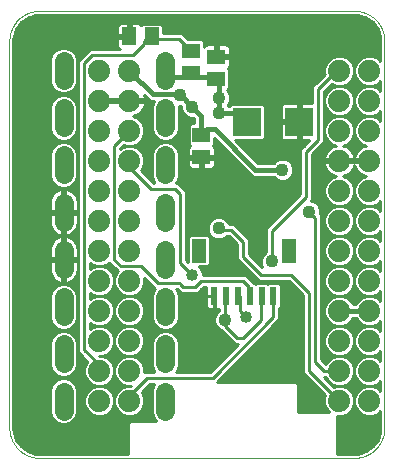
<source format=gtl>
G75*
%MOIN*%
%OFA0B0*%
%FSLAX25Y25*%
%IPPOS*%
%LPD*%
%AMOC8*
5,1,8,0,0,1.08239X$1,22.5*
%
%ADD10C,0.00000*%
%ADD11R,0.05906X0.05118*%
%ADD12C,0.06337*%
%ADD13C,0.07400*%
%ADD14R,0.02362X0.06102*%
%ADD15R,0.04724X0.07874*%
%ADD16R,0.05118X0.05906*%
%ADD17R,0.09449X0.09449*%
%ADD18C,0.01000*%
%ADD19C,0.04362*%
%ADD20C,0.01600*%
%ADD21C,0.04000*%
D10*
X0237000Y0209500D02*
X0342000Y0209500D01*
X0342242Y0209503D01*
X0342483Y0209512D01*
X0342724Y0209526D01*
X0342965Y0209547D01*
X0343205Y0209573D01*
X0343445Y0209605D01*
X0343684Y0209643D01*
X0343921Y0209686D01*
X0344158Y0209736D01*
X0344393Y0209791D01*
X0344627Y0209851D01*
X0344859Y0209918D01*
X0345090Y0209989D01*
X0345319Y0210067D01*
X0345546Y0210150D01*
X0345771Y0210238D01*
X0345994Y0210332D01*
X0346214Y0210431D01*
X0346432Y0210536D01*
X0346647Y0210645D01*
X0346860Y0210760D01*
X0347070Y0210880D01*
X0347276Y0211005D01*
X0347480Y0211135D01*
X0347681Y0211270D01*
X0347878Y0211410D01*
X0348072Y0211554D01*
X0348262Y0211703D01*
X0348448Y0211857D01*
X0348631Y0212015D01*
X0348810Y0212177D01*
X0348985Y0212344D01*
X0349156Y0212515D01*
X0349323Y0212690D01*
X0349485Y0212869D01*
X0349643Y0213052D01*
X0349797Y0213238D01*
X0349946Y0213428D01*
X0350090Y0213622D01*
X0350230Y0213819D01*
X0350365Y0214020D01*
X0350495Y0214224D01*
X0350620Y0214430D01*
X0350740Y0214640D01*
X0350855Y0214853D01*
X0350964Y0215068D01*
X0351069Y0215286D01*
X0351168Y0215506D01*
X0351262Y0215729D01*
X0351350Y0215954D01*
X0351433Y0216181D01*
X0351511Y0216410D01*
X0351582Y0216641D01*
X0351649Y0216873D01*
X0351709Y0217107D01*
X0351764Y0217342D01*
X0351814Y0217579D01*
X0351857Y0217816D01*
X0351895Y0218055D01*
X0351927Y0218295D01*
X0351953Y0218535D01*
X0351974Y0218776D01*
X0351988Y0219017D01*
X0351997Y0219258D01*
X0352000Y0219500D01*
X0352000Y0348500D01*
X0351997Y0348742D01*
X0351988Y0348983D01*
X0351974Y0349224D01*
X0351953Y0349465D01*
X0351927Y0349705D01*
X0351895Y0349945D01*
X0351857Y0350184D01*
X0351814Y0350421D01*
X0351764Y0350658D01*
X0351709Y0350893D01*
X0351649Y0351127D01*
X0351582Y0351359D01*
X0351511Y0351590D01*
X0351433Y0351819D01*
X0351350Y0352046D01*
X0351262Y0352271D01*
X0351168Y0352494D01*
X0351069Y0352714D01*
X0350964Y0352932D01*
X0350855Y0353147D01*
X0350740Y0353360D01*
X0350620Y0353570D01*
X0350495Y0353776D01*
X0350365Y0353980D01*
X0350230Y0354181D01*
X0350090Y0354378D01*
X0349946Y0354572D01*
X0349797Y0354762D01*
X0349643Y0354948D01*
X0349485Y0355131D01*
X0349323Y0355310D01*
X0349156Y0355485D01*
X0348985Y0355656D01*
X0348810Y0355823D01*
X0348631Y0355985D01*
X0348448Y0356143D01*
X0348262Y0356297D01*
X0348072Y0356446D01*
X0347878Y0356590D01*
X0347681Y0356730D01*
X0347480Y0356865D01*
X0347276Y0356995D01*
X0347070Y0357120D01*
X0346860Y0357240D01*
X0346647Y0357355D01*
X0346432Y0357464D01*
X0346214Y0357569D01*
X0345994Y0357668D01*
X0345771Y0357762D01*
X0345546Y0357850D01*
X0345319Y0357933D01*
X0345090Y0358011D01*
X0344859Y0358082D01*
X0344627Y0358149D01*
X0344393Y0358209D01*
X0344158Y0358264D01*
X0343921Y0358314D01*
X0343684Y0358357D01*
X0343445Y0358395D01*
X0343205Y0358427D01*
X0342965Y0358453D01*
X0342724Y0358474D01*
X0342483Y0358488D01*
X0342242Y0358497D01*
X0342000Y0358500D01*
X0237000Y0358500D01*
X0236758Y0358497D01*
X0236517Y0358488D01*
X0236276Y0358474D01*
X0236035Y0358453D01*
X0235795Y0358427D01*
X0235555Y0358395D01*
X0235316Y0358357D01*
X0235079Y0358314D01*
X0234842Y0358264D01*
X0234607Y0358209D01*
X0234373Y0358149D01*
X0234141Y0358082D01*
X0233910Y0358011D01*
X0233681Y0357933D01*
X0233454Y0357850D01*
X0233229Y0357762D01*
X0233006Y0357668D01*
X0232786Y0357569D01*
X0232568Y0357464D01*
X0232353Y0357355D01*
X0232140Y0357240D01*
X0231930Y0357120D01*
X0231724Y0356995D01*
X0231520Y0356865D01*
X0231319Y0356730D01*
X0231122Y0356590D01*
X0230928Y0356446D01*
X0230738Y0356297D01*
X0230552Y0356143D01*
X0230369Y0355985D01*
X0230190Y0355823D01*
X0230015Y0355656D01*
X0229844Y0355485D01*
X0229677Y0355310D01*
X0229515Y0355131D01*
X0229357Y0354948D01*
X0229203Y0354762D01*
X0229054Y0354572D01*
X0228910Y0354378D01*
X0228770Y0354181D01*
X0228635Y0353980D01*
X0228505Y0353776D01*
X0228380Y0353570D01*
X0228260Y0353360D01*
X0228145Y0353147D01*
X0228036Y0352932D01*
X0227931Y0352714D01*
X0227832Y0352494D01*
X0227738Y0352271D01*
X0227650Y0352046D01*
X0227567Y0351819D01*
X0227489Y0351590D01*
X0227418Y0351359D01*
X0227351Y0351127D01*
X0227291Y0350893D01*
X0227236Y0350658D01*
X0227186Y0350421D01*
X0227143Y0350184D01*
X0227105Y0349945D01*
X0227073Y0349705D01*
X0227047Y0349465D01*
X0227026Y0349224D01*
X0227012Y0348983D01*
X0227003Y0348742D01*
X0227000Y0348500D01*
X0227000Y0219500D01*
X0227003Y0219258D01*
X0227012Y0219017D01*
X0227026Y0218776D01*
X0227047Y0218535D01*
X0227073Y0218295D01*
X0227105Y0218055D01*
X0227143Y0217816D01*
X0227186Y0217579D01*
X0227236Y0217342D01*
X0227291Y0217107D01*
X0227351Y0216873D01*
X0227418Y0216641D01*
X0227489Y0216410D01*
X0227567Y0216181D01*
X0227650Y0215954D01*
X0227738Y0215729D01*
X0227832Y0215506D01*
X0227931Y0215286D01*
X0228036Y0215068D01*
X0228145Y0214853D01*
X0228260Y0214640D01*
X0228380Y0214430D01*
X0228505Y0214224D01*
X0228635Y0214020D01*
X0228770Y0213819D01*
X0228910Y0213622D01*
X0229054Y0213428D01*
X0229203Y0213238D01*
X0229357Y0213052D01*
X0229515Y0212869D01*
X0229677Y0212690D01*
X0229844Y0212515D01*
X0230015Y0212344D01*
X0230190Y0212177D01*
X0230369Y0212015D01*
X0230552Y0211857D01*
X0230738Y0211703D01*
X0230928Y0211554D01*
X0231122Y0211410D01*
X0231319Y0211270D01*
X0231520Y0211135D01*
X0231724Y0211005D01*
X0231930Y0210880D01*
X0232140Y0210760D01*
X0232353Y0210645D01*
X0232568Y0210536D01*
X0232786Y0210431D01*
X0233006Y0210332D01*
X0233229Y0210238D01*
X0233454Y0210150D01*
X0233681Y0210067D01*
X0233910Y0209989D01*
X0234141Y0209918D01*
X0234373Y0209851D01*
X0234607Y0209791D01*
X0234842Y0209736D01*
X0235079Y0209686D01*
X0235316Y0209643D01*
X0235555Y0209605D01*
X0235795Y0209573D01*
X0236035Y0209547D01*
X0236276Y0209526D01*
X0236517Y0209512D01*
X0236758Y0209503D01*
X0237000Y0209500D01*
D11*
X0291000Y0309760D03*
X0291000Y0317240D03*
X0296000Y0335760D03*
X0296000Y0343240D03*
X0287500Y0345240D03*
X0287500Y0337760D03*
D12*
X0278929Y0335450D02*
X0278929Y0341787D01*
X0278929Y0326039D02*
X0278929Y0319702D01*
X0278929Y0310291D02*
X0278929Y0303954D01*
X0278929Y0294543D02*
X0278929Y0288206D01*
X0278929Y0278794D02*
X0278929Y0272457D01*
X0278929Y0263046D02*
X0278929Y0256709D01*
X0278929Y0247298D02*
X0278929Y0240961D01*
X0278929Y0231550D02*
X0278929Y0225213D01*
X0245071Y0225213D02*
X0245071Y0231550D01*
X0245071Y0240961D02*
X0245071Y0247298D01*
X0245071Y0256709D02*
X0245071Y0263046D01*
X0245071Y0272457D02*
X0245071Y0278794D01*
X0245071Y0288206D02*
X0245071Y0294543D01*
X0245071Y0303954D02*
X0245071Y0310291D01*
X0245071Y0319702D02*
X0245071Y0326039D01*
X0245071Y0335450D02*
X0245071Y0341787D01*
D13*
X0257000Y0338500D03*
X0257000Y0328500D03*
X0267000Y0328500D03*
X0267000Y0338500D03*
X0267000Y0318500D03*
X0267000Y0308500D03*
X0257000Y0308500D03*
X0257000Y0318500D03*
X0257000Y0298500D03*
X0257000Y0288500D03*
X0257000Y0278500D03*
X0267000Y0278500D03*
X0267000Y0288500D03*
X0267000Y0298500D03*
X0267000Y0268500D03*
X0267000Y0258500D03*
X0257000Y0258500D03*
X0257000Y0268500D03*
X0257000Y0248500D03*
X0257000Y0238500D03*
X0257000Y0228500D03*
X0267000Y0228500D03*
X0267000Y0238500D03*
X0267000Y0248500D03*
X0337000Y0248500D03*
X0337000Y0238500D03*
X0337000Y0228500D03*
X0347000Y0228500D03*
X0347000Y0238500D03*
X0347000Y0248500D03*
X0347000Y0258500D03*
X0347000Y0268500D03*
X0337000Y0268500D03*
X0337000Y0258500D03*
X0337000Y0278500D03*
X0337000Y0288500D03*
X0337000Y0298500D03*
X0347000Y0298500D03*
X0347000Y0288500D03*
X0347000Y0278500D03*
X0347000Y0308500D03*
X0347000Y0318500D03*
X0337000Y0318500D03*
X0337000Y0308500D03*
X0337000Y0328500D03*
X0337000Y0338500D03*
X0347000Y0338500D03*
X0347000Y0328500D03*
D14*
X0315000Y0263500D03*
X0311063Y0263500D03*
X0307126Y0263500D03*
X0303189Y0263500D03*
X0299252Y0263500D03*
X0295315Y0263500D03*
D15*
X0290197Y0278559D03*
X0320118Y0278559D03*
D16*
X0274490Y0350000D03*
X0267010Y0350000D03*
D17*
X0306339Y0321500D03*
X0323661Y0321500D03*
D18*
X0229248Y0215550D02*
X0230848Y0213348D01*
X0233050Y0211748D01*
X0235639Y0210907D01*
X0237000Y0210800D01*
X0266700Y0210800D01*
X0266700Y0221038D01*
X0267462Y0221800D01*
X0276023Y0221800D01*
X0275141Y0222682D01*
X0274461Y0224325D01*
X0274461Y0232439D01*
X0275141Y0234082D01*
X0275309Y0234250D01*
X0273828Y0234250D01*
X0271075Y0231496D01*
X0271239Y0231332D01*
X0272000Y0229495D01*
X0272000Y0227505D01*
X0271239Y0225668D01*
X0269832Y0224261D01*
X0267995Y0223500D01*
X0266005Y0223500D01*
X0264168Y0224261D01*
X0262761Y0225668D01*
X0262000Y0227505D01*
X0261239Y0225668D01*
X0259832Y0224261D01*
X0257995Y0223500D01*
X0256005Y0223500D01*
X0254168Y0224261D01*
X0252761Y0225668D01*
X0252000Y0227505D01*
X0252000Y0229495D01*
X0252761Y0231332D01*
X0254168Y0232739D01*
X0256005Y0233500D01*
X0257995Y0233500D01*
X0259832Y0232739D01*
X0261239Y0231332D01*
X0262000Y0229495D01*
X0262000Y0227505D01*
X0262000Y0229495D01*
X0262761Y0231332D01*
X0264168Y0232739D01*
X0266005Y0233500D01*
X0267422Y0233500D01*
X0267422Y0233500D01*
X0266005Y0233500D01*
X0264168Y0234261D01*
X0262761Y0235668D01*
X0262000Y0237505D01*
X0262000Y0239495D01*
X0261239Y0241332D01*
X0259832Y0242739D01*
X0257995Y0243500D01*
X0259832Y0244261D01*
X0261239Y0245668D01*
X0262000Y0247505D01*
X0262761Y0245668D01*
X0264168Y0244261D01*
X0266005Y0243500D01*
X0267995Y0243500D01*
X0269832Y0244261D01*
X0271239Y0245668D01*
X0272000Y0247505D01*
X0272000Y0249495D01*
X0271239Y0251332D01*
X0269832Y0252739D01*
X0267995Y0253500D01*
X0266005Y0253500D01*
X0264168Y0252739D01*
X0262761Y0251332D01*
X0262000Y0249495D01*
X0262000Y0247505D01*
X0262000Y0249495D01*
X0261239Y0251332D01*
X0259832Y0252739D01*
X0257995Y0253500D01*
X0259832Y0254261D01*
X0261239Y0255668D01*
X0262000Y0257505D01*
X0262761Y0255668D01*
X0264168Y0254261D01*
X0266005Y0253500D01*
X0267995Y0253500D01*
X0269832Y0254261D01*
X0271239Y0255668D01*
X0272000Y0257505D01*
X0272000Y0259495D01*
X0271239Y0261332D01*
X0269832Y0262739D01*
X0267995Y0263500D01*
X0266005Y0263500D01*
X0264168Y0262739D01*
X0262761Y0261332D01*
X0262000Y0259495D01*
X0262000Y0257505D01*
X0262000Y0259495D01*
X0261239Y0261332D01*
X0259832Y0262739D01*
X0257995Y0263500D01*
X0259832Y0264261D01*
X0261239Y0265668D01*
X0262000Y0267505D01*
X0262761Y0265668D01*
X0264168Y0264261D01*
X0266005Y0263500D01*
X0267995Y0263500D01*
X0269832Y0264261D01*
X0271239Y0265668D01*
X0272000Y0267505D01*
X0272000Y0269422D01*
X0275492Y0265929D01*
X0275141Y0265578D01*
X0274461Y0263935D01*
X0274461Y0255821D01*
X0275141Y0254178D01*
X0276398Y0252921D01*
X0278040Y0252241D01*
X0279818Y0252241D01*
X0281460Y0252921D01*
X0282717Y0254178D01*
X0283398Y0255821D01*
X0283398Y0263935D01*
X0282717Y0265578D01*
X0282645Y0265650D01*
X0283022Y0265650D01*
X0283172Y0265500D01*
X0284172Y0264500D01*
X0289828Y0264500D01*
X0291000Y0265672D01*
X0291828Y0266500D01*
X0292634Y0266500D01*
X0292634Y0263591D01*
X0295224Y0263591D01*
X0295224Y0263409D01*
X0295406Y0263409D01*
X0295406Y0258949D01*
X0296694Y0258949D01*
X0297000Y0259031D01*
X0297000Y0258656D01*
X0296915Y0258621D01*
X0295879Y0257585D01*
X0295319Y0256232D01*
X0295319Y0254768D01*
X0295879Y0253415D01*
X0296915Y0252379D01*
X0297559Y0252112D01*
X0298172Y0251500D01*
X0302172Y0247500D01*
X0303172Y0247500D01*
X0293922Y0238250D01*
X0282537Y0238250D01*
X0282717Y0238430D01*
X0283398Y0240073D01*
X0283398Y0248187D01*
X0282717Y0249830D01*
X0281460Y0251087D01*
X0279818Y0251767D01*
X0278040Y0251767D01*
X0276398Y0251087D01*
X0275141Y0249830D01*
X0274461Y0248187D01*
X0274461Y0240073D01*
X0275141Y0238430D01*
X0275321Y0238250D01*
X0272172Y0238250D01*
X0272000Y0238078D01*
X0272000Y0239495D01*
X0271239Y0241332D01*
X0269832Y0242739D01*
X0267995Y0243500D01*
X0266005Y0243500D01*
X0264168Y0242739D01*
X0262761Y0241332D01*
X0262000Y0239495D01*
X0262000Y0237505D01*
X0261239Y0235668D01*
X0259832Y0234261D01*
X0257995Y0233500D01*
X0256005Y0233500D01*
X0254168Y0234261D01*
X0252761Y0235668D01*
X0252000Y0237505D01*
X0252000Y0239495D01*
X0252761Y0241332D01*
X0253000Y0241571D01*
X0251072Y0243500D01*
X0249900Y0244672D01*
X0249900Y0341828D01*
X0252600Y0344528D01*
X0253772Y0345700D01*
X0263784Y0345700D01*
X0263530Y0345847D01*
X0263250Y0346126D01*
X0263053Y0346468D01*
X0262951Y0346850D01*
X0262951Y0349500D01*
X0266510Y0349500D01*
X0266510Y0350500D01*
X0266510Y0354453D01*
X0264253Y0354453D01*
X0263872Y0354351D01*
X0263530Y0354153D01*
X0263250Y0353874D01*
X0263053Y0353532D01*
X0262951Y0353150D01*
X0262951Y0350500D01*
X0266510Y0350500D01*
X0267510Y0350500D01*
X0267510Y0354453D01*
X0269766Y0354453D01*
X0270148Y0354351D01*
X0270490Y0354153D01*
X0270769Y0353874D01*
X0270859Y0353719D01*
X0271393Y0354253D01*
X0277588Y0354253D01*
X0278349Y0353491D01*
X0278349Y0351240D01*
X0284328Y0351240D01*
X0286469Y0349099D01*
X0290991Y0349099D01*
X0291753Y0348338D01*
X0291753Y0346557D01*
X0291847Y0346720D01*
X0292126Y0346999D01*
X0292468Y0347197D01*
X0292850Y0347299D01*
X0295500Y0347299D01*
X0295500Y0343740D01*
X0296500Y0343740D01*
X0300453Y0343740D01*
X0300453Y0345997D01*
X0300351Y0346378D01*
X0300153Y0346720D01*
X0299874Y0346999D01*
X0299532Y0347197D01*
X0299150Y0347299D01*
X0296500Y0347299D01*
X0296500Y0343740D01*
X0296500Y0342740D01*
X0300453Y0342740D01*
X0300453Y0340484D01*
X0300351Y0340102D01*
X0300153Y0339760D01*
X0299874Y0339481D01*
X0299719Y0339391D01*
X0300253Y0338857D01*
X0300253Y0332662D01*
X0299648Y0332058D01*
X0300121Y0331585D01*
X0300681Y0330232D01*
X0300681Y0328768D01*
X0300121Y0327415D01*
X0299706Y0327000D01*
X0299906Y0326800D01*
X0300351Y0326800D01*
X0301076Y0327524D01*
X0311601Y0327524D01*
X0312363Y0326763D01*
X0312363Y0316237D01*
X0311601Y0315476D01*
X0302277Y0315476D01*
X0309953Y0307800D01*
X0315094Y0307800D01*
X0315915Y0308621D01*
X0317268Y0309181D01*
X0318732Y0309181D01*
X0320085Y0308621D01*
X0321121Y0307585D01*
X0321681Y0306232D01*
X0321681Y0304768D01*
X0321121Y0303415D01*
X0320085Y0302379D01*
X0318732Y0301819D01*
X0317268Y0301819D01*
X0315915Y0302379D01*
X0315094Y0303200D01*
X0308047Y0303200D01*
X0295253Y0315995D01*
X0295253Y0314143D01*
X0294719Y0313609D01*
X0294874Y0313519D01*
X0295153Y0313240D01*
X0295351Y0312898D01*
X0295453Y0312516D01*
X0295453Y0310260D01*
X0291500Y0310260D01*
X0291500Y0309260D01*
X0295453Y0309260D01*
X0295453Y0307003D01*
X0295351Y0306622D01*
X0295153Y0306280D01*
X0294874Y0306000D01*
X0294532Y0305803D01*
X0294150Y0305701D01*
X0291500Y0305701D01*
X0291500Y0309260D01*
X0290500Y0309260D01*
X0286547Y0309260D01*
X0286547Y0307003D01*
X0286649Y0306622D01*
X0286847Y0306280D01*
X0287126Y0306000D01*
X0287468Y0305803D01*
X0287850Y0305701D01*
X0290500Y0305701D01*
X0290500Y0309260D01*
X0290500Y0310260D01*
X0286547Y0310260D01*
X0286547Y0312516D01*
X0286649Y0312898D01*
X0286847Y0313240D01*
X0287126Y0313519D01*
X0287281Y0313609D01*
X0286747Y0314143D01*
X0286747Y0320338D01*
X0287509Y0321099D01*
X0288700Y0321099D01*
X0288700Y0322547D01*
X0288428Y0322819D01*
X0287268Y0322819D01*
X0285915Y0323379D01*
X0284879Y0324415D01*
X0284319Y0325768D01*
X0284319Y0326819D01*
X0283398Y0326819D01*
X0283398Y0318813D01*
X0282717Y0317170D01*
X0281460Y0315913D01*
X0279818Y0315233D01*
X0278040Y0315233D01*
X0276398Y0315913D01*
X0275141Y0317170D01*
X0274461Y0318813D01*
X0274461Y0326927D01*
X0275095Y0328460D01*
X0273787Y0328460D01*
X0272440Y0329807D01*
X0271852Y0330396D01*
X0272072Y0329718D01*
X0272186Y0329000D01*
X0267500Y0329000D01*
X0267500Y0328000D01*
X0272186Y0328000D01*
X0272072Y0327282D01*
X0271819Y0326504D01*
X0271447Y0325775D01*
X0270966Y0325112D01*
X0270388Y0324534D01*
X0269725Y0324053D01*
X0268996Y0323681D01*
X0268218Y0323428D01*
X0268182Y0323422D01*
X0269832Y0322739D01*
X0271239Y0321332D01*
X0272000Y0319495D01*
X0272000Y0317505D01*
X0271239Y0315668D01*
X0269832Y0314261D01*
X0267995Y0313500D01*
X0266005Y0313500D01*
X0265173Y0313845D01*
X0264000Y0312672D01*
X0264000Y0312571D01*
X0264168Y0312739D01*
X0266005Y0313500D01*
X0267995Y0313500D01*
X0269832Y0312739D01*
X0271239Y0311332D01*
X0272000Y0309495D01*
X0272000Y0307505D01*
X0271239Y0305668D01*
X0270950Y0305379D01*
X0275078Y0301250D01*
X0275313Y0301250D01*
X0275141Y0301422D01*
X0274461Y0303065D01*
X0274461Y0311179D01*
X0275141Y0312822D01*
X0276398Y0314079D01*
X0278040Y0314759D01*
X0279818Y0314759D01*
X0281460Y0314079D01*
X0282717Y0312822D01*
X0283398Y0311179D01*
X0283398Y0303065D01*
X0282717Y0301422D01*
X0282545Y0301250D01*
X0283078Y0301250D01*
X0284828Y0299500D01*
X0286000Y0298328D01*
X0286000Y0275328D01*
X0286535Y0274794D01*
X0286535Y0283035D01*
X0287296Y0283796D01*
X0293098Y0283796D01*
X0293859Y0283035D01*
X0293859Y0274084D01*
X0293098Y0273322D01*
X0290128Y0273322D01*
X0290967Y0272483D01*
X0291500Y0271196D01*
X0291500Y0270500D01*
X0305828Y0270500D01*
X0307000Y0269328D01*
X0307000Y0269328D01*
X0307828Y0268500D01*
X0307828Y0268500D01*
X0308477Y0267851D01*
X0308846Y0267851D01*
X0309094Y0267602D01*
X0309343Y0267851D01*
X0312783Y0267851D01*
X0313031Y0267602D01*
X0313280Y0267851D01*
X0316720Y0267851D01*
X0317481Y0267090D01*
X0317481Y0259910D01*
X0317000Y0259429D01*
X0317000Y0255672D01*
X0296128Y0234800D01*
X0322538Y0234800D01*
X0323300Y0234038D01*
X0323300Y0224800D01*
X0333629Y0224800D01*
X0332761Y0225668D01*
X0332000Y0227505D01*
X0332000Y0229495D01*
X0332345Y0230327D01*
X0326172Y0236500D01*
X0325000Y0237672D01*
X0325000Y0263672D01*
X0320172Y0268500D01*
X0310172Y0268500D01*
X0304172Y0274500D01*
X0303000Y0275672D01*
X0303000Y0280672D01*
X0300172Y0283500D01*
X0299456Y0283500D01*
X0298835Y0282879D01*
X0297482Y0282319D01*
X0296018Y0282319D01*
X0294665Y0282879D01*
X0293629Y0283915D01*
X0293069Y0285268D01*
X0293069Y0286732D01*
X0293629Y0288085D01*
X0294665Y0289121D01*
X0296018Y0289681D01*
X0297482Y0289681D01*
X0298835Y0289121D01*
X0299871Y0288085D01*
X0300113Y0287500D01*
X0301828Y0287500D01*
X0303000Y0286328D01*
X0307000Y0282328D01*
X0307000Y0277328D01*
X0311355Y0272973D01*
X0310819Y0274268D01*
X0310819Y0275732D01*
X0311379Y0277085D01*
X0312415Y0278121D01*
X0312500Y0278156D01*
X0312500Y0285828D01*
X0313672Y0287000D01*
X0324000Y0297328D01*
X0324000Y0312328D01*
X0325172Y0313500D01*
X0326947Y0315276D01*
X0324161Y0315276D01*
X0324161Y0321000D01*
X0323161Y0321000D01*
X0317437Y0321000D01*
X0317437Y0316578D01*
X0317539Y0316197D01*
X0317737Y0315855D01*
X0318016Y0315575D01*
X0318358Y0315378D01*
X0318740Y0315276D01*
X0323161Y0315276D01*
X0323161Y0321000D01*
X0323161Y0322000D01*
X0317437Y0322000D01*
X0317437Y0326422D01*
X0317539Y0326803D01*
X0317737Y0327145D01*
X0318016Y0327425D01*
X0318358Y0327622D01*
X0318740Y0327724D01*
X0323161Y0327724D01*
X0323161Y0322000D01*
X0324161Y0322000D01*
X0324161Y0327724D01*
X0328000Y0327724D01*
X0328000Y0333328D01*
X0329172Y0334500D01*
X0332052Y0337380D01*
X0332000Y0337505D01*
X0332000Y0339495D01*
X0332761Y0341332D01*
X0334168Y0342739D01*
X0336005Y0343500D01*
X0337995Y0343500D01*
X0339832Y0342739D01*
X0341239Y0341332D01*
X0342000Y0339495D01*
X0342000Y0337505D01*
X0341239Y0335668D01*
X0339832Y0334261D01*
X0337995Y0333500D01*
X0336005Y0333500D01*
X0334168Y0332739D01*
X0332761Y0331332D01*
X0332000Y0329495D01*
X0332000Y0327505D01*
X0332761Y0325668D01*
X0334168Y0324261D01*
X0336005Y0323500D01*
X0337995Y0323500D01*
X0339832Y0324261D01*
X0341239Y0325668D01*
X0342000Y0327505D01*
X0342000Y0329495D01*
X0341239Y0331332D01*
X0339832Y0332739D01*
X0337995Y0333500D01*
X0336005Y0333500D01*
X0334466Y0334138D01*
X0332000Y0331672D01*
X0332000Y0314672D01*
X0328000Y0310672D01*
X0328000Y0295672D01*
X0327509Y0295181D01*
X0327732Y0295181D01*
X0329085Y0294621D01*
X0330121Y0293585D01*
X0330681Y0292232D01*
X0330681Y0290768D01*
X0330646Y0290683D01*
X0331000Y0290328D01*
X0331000Y0242328D01*
X0332537Y0240791D01*
X0332761Y0241332D01*
X0334168Y0242739D01*
X0336005Y0243500D01*
X0337995Y0243500D01*
X0339832Y0244261D01*
X0341239Y0245668D01*
X0342000Y0247505D01*
X0342000Y0249495D01*
X0341239Y0251332D01*
X0339832Y0252739D01*
X0337995Y0253500D01*
X0336005Y0253500D01*
X0334168Y0252739D01*
X0332761Y0251332D01*
X0332000Y0249495D01*
X0332000Y0247505D01*
X0332761Y0245668D01*
X0334168Y0244261D01*
X0336005Y0243500D01*
X0337995Y0243500D01*
X0339832Y0242739D01*
X0341239Y0241332D01*
X0342000Y0239495D01*
X0342000Y0237505D01*
X0341239Y0235668D01*
X0339832Y0234261D01*
X0337995Y0233500D01*
X0336005Y0233500D01*
X0334168Y0234261D01*
X0332761Y0235668D01*
X0332416Y0236500D01*
X0331828Y0236500D01*
X0335173Y0233155D01*
X0336005Y0233500D01*
X0337995Y0233500D01*
X0339832Y0232739D01*
X0341239Y0231332D01*
X0342000Y0229495D01*
X0342000Y0227505D01*
X0341239Y0225668D01*
X0339832Y0224261D01*
X0337995Y0223500D01*
X0336300Y0223500D01*
X0336300Y0210800D01*
X0342000Y0210800D01*
X0343361Y0210907D01*
X0345950Y0211748D01*
X0348152Y0213348D01*
X0349752Y0215550D01*
X0350593Y0218139D01*
X0350700Y0219500D01*
X0350700Y0225129D01*
X0349832Y0224261D01*
X0347995Y0223500D01*
X0346005Y0223500D01*
X0344168Y0224261D01*
X0342761Y0225668D01*
X0342000Y0227505D01*
X0342000Y0229495D01*
X0342761Y0231332D01*
X0344168Y0232739D01*
X0346005Y0233500D01*
X0347995Y0233500D01*
X0349832Y0232739D01*
X0350700Y0231871D01*
X0350700Y0235129D01*
X0349832Y0234261D01*
X0347995Y0233500D01*
X0346005Y0233500D01*
X0344168Y0234261D01*
X0342761Y0235668D01*
X0342000Y0237505D01*
X0342000Y0239495D01*
X0342761Y0241332D01*
X0344168Y0242739D01*
X0346005Y0243500D01*
X0347995Y0243500D01*
X0349832Y0242739D01*
X0350700Y0241871D01*
X0350700Y0245129D01*
X0349832Y0244261D01*
X0347995Y0243500D01*
X0346005Y0243500D01*
X0344168Y0244261D01*
X0342761Y0245668D01*
X0342000Y0247505D01*
X0342000Y0249495D01*
X0342761Y0251332D01*
X0344168Y0252739D01*
X0346005Y0253500D01*
X0347995Y0253500D01*
X0349832Y0252739D01*
X0350700Y0251871D01*
X0350700Y0255129D01*
X0349832Y0254261D01*
X0347995Y0253500D01*
X0346005Y0253500D01*
X0344168Y0254261D01*
X0342761Y0255668D01*
X0342541Y0256200D01*
X0341459Y0256200D01*
X0341239Y0255668D01*
X0339832Y0254261D01*
X0337995Y0253500D01*
X0336005Y0253500D01*
X0334168Y0254261D01*
X0332761Y0255668D01*
X0332000Y0257505D01*
X0332000Y0259495D01*
X0332761Y0261332D01*
X0334168Y0262739D01*
X0336005Y0263500D01*
X0337995Y0263500D01*
X0339832Y0264261D01*
X0341239Y0265668D01*
X0342000Y0267505D01*
X0342000Y0269495D01*
X0341239Y0271332D01*
X0339832Y0272739D01*
X0337995Y0273500D01*
X0336005Y0273500D01*
X0334168Y0272739D01*
X0332761Y0271332D01*
X0332000Y0269495D01*
X0332000Y0267505D01*
X0332761Y0265668D01*
X0334168Y0264261D01*
X0336005Y0263500D01*
X0337995Y0263500D01*
X0339832Y0262739D01*
X0341239Y0261332D01*
X0341459Y0260800D01*
X0342541Y0260800D01*
X0342761Y0261332D01*
X0344168Y0262739D01*
X0346005Y0263500D01*
X0347995Y0263500D01*
X0349832Y0262739D01*
X0350700Y0261871D01*
X0350700Y0265129D01*
X0349832Y0264261D01*
X0347995Y0263500D01*
X0346005Y0263500D01*
X0344168Y0264261D01*
X0342761Y0265668D01*
X0342000Y0267505D01*
X0342000Y0269495D01*
X0342761Y0271332D01*
X0344168Y0272739D01*
X0346005Y0273500D01*
X0347995Y0273500D01*
X0349832Y0272739D01*
X0350700Y0271871D01*
X0350700Y0275129D01*
X0349832Y0274261D01*
X0347995Y0273500D01*
X0346005Y0273500D01*
X0344168Y0274261D01*
X0342761Y0275668D01*
X0342000Y0277505D01*
X0341239Y0275668D01*
X0339832Y0274261D01*
X0337995Y0273500D01*
X0336005Y0273500D01*
X0334168Y0274261D01*
X0332761Y0275668D01*
X0332000Y0277505D01*
X0332000Y0279495D01*
X0332761Y0281332D01*
X0334168Y0282739D01*
X0336005Y0283500D01*
X0337995Y0283500D01*
X0339832Y0282739D01*
X0341239Y0281332D01*
X0342000Y0279495D01*
X0342000Y0277505D01*
X0342000Y0279495D01*
X0342761Y0281332D01*
X0344168Y0282739D01*
X0346005Y0283500D01*
X0347995Y0283500D01*
X0349832Y0282739D01*
X0350700Y0281871D01*
X0350700Y0285129D01*
X0349832Y0284261D01*
X0347995Y0283500D01*
X0346005Y0283500D01*
X0344168Y0284261D01*
X0342761Y0285668D01*
X0342000Y0287505D01*
X0341239Y0285668D01*
X0339832Y0284261D01*
X0337995Y0283500D01*
X0336005Y0283500D01*
X0334168Y0284261D01*
X0332761Y0285668D01*
X0332000Y0287505D01*
X0332000Y0289495D01*
X0332761Y0291332D01*
X0334168Y0292739D01*
X0336005Y0293500D01*
X0337995Y0293500D01*
X0339832Y0292739D01*
X0341239Y0291332D01*
X0342000Y0289495D01*
X0342000Y0287505D01*
X0342000Y0289495D01*
X0342761Y0291332D01*
X0344168Y0292739D01*
X0346005Y0293500D01*
X0347995Y0293500D01*
X0349832Y0292739D01*
X0350700Y0291871D01*
X0350700Y0295129D01*
X0349832Y0294261D01*
X0347995Y0293500D01*
X0346005Y0293500D01*
X0344168Y0294261D01*
X0342761Y0295668D01*
X0342000Y0297505D01*
X0342000Y0299495D01*
X0342761Y0301332D01*
X0344168Y0302739D01*
X0345818Y0303422D01*
X0345782Y0303428D01*
X0345004Y0303681D01*
X0344275Y0304053D01*
X0343612Y0304534D01*
X0343034Y0305112D01*
X0342553Y0305775D01*
X0342181Y0306504D01*
X0342000Y0307061D01*
X0341819Y0306504D01*
X0341447Y0305775D01*
X0340966Y0305112D01*
X0340388Y0304534D01*
X0339725Y0304053D01*
X0338996Y0303681D01*
X0338218Y0303428D01*
X0338182Y0303422D01*
X0339832Y0302739D01*
X0341239Y0301332D01*
X0342000Y0299495D01*
X0342000Y0297505D01*
X0341239Y0295668D01*
X0339832Y0294261D01*
X0337995Y0293500D01*
X0336005Y0293500D01*
X0334168Y0294261D01*
X0332761Y0295668D01*
X0332000Y0297505D01*
X0332000Y0299495D01*
X0332761Y0301332D01*
X0334168Y0302739D01*
X0335818Y0303422D01*
X0335782Y0303428D01*
X0335004Y0303681D01*
X0334275Y0304053D01*
X0333612Y0304534D01*
X0333034Y0305112D01*
X0332553Y0305775D01*
X0332181Y0306504D01*
X0331928Y0307282D01*
X0331814Y0308000D01*
X0336500Y0308000D01*
X0336500Y0309000D01*
X0331814Y0309000D01*
X0331928Y0309718D01*
X0332181Y0310496D01*
X0332553Y0311225D01*
X0333034Y0311888D01*
X0333612Y0312466D01*
X0334275Y0312947D01*
X0335004Y0313319D01*
X0335782Y0313572D01*
X0335818Y0313578D01*
X0334168Y0314261D01*
X0332761Y0315668D01*
X0332000Y0317505D01*
X0332000Y0319495D01*
X0332761Y0321332D01*
X0334168Y0322739D01*
X0336005Y0323500D01*
X0337995Y0323500D01*
X0339832Y0322739D01*
X0341239Y0321332D01*
X0342000Y0319495D01*
X0342000Y0317505D01*
X0341239Y0315668D01*
X0339832Y0314261D01*
X0338182Y0313578D01*
X0338218Y0313572D01*
X0338996Y0313319D01*
X0339725Y0312947D01*
X0340388Y0312466D01*
X0340966Y0311888D01*
X0341447Y0311225D01*
X0341819Y0310496D01*
X0342000Y0309939D01*
X0342181Y0310496D01*
X0342553Y0311225D01*
X0343034Y0311888D01*
X0343612Y0312466D01*
X0344275Y0312947D01*
X0345004Y0313319D01*
X0345782Y0313572D01*
X0345818Y0313578D01*
X0344168Y0314261D01*
X0342761Y0315668D01*
X0342000Y0317505D01*
X0342000Y0319495D01*
X0342761Y0321332D01*
X0344168Y0322739D01*
X0346005Y0323500D01*
X0347995Y0323500D01*
X0349832Y0322739D01*
X0350700Y0321871D01*
X0350700Y0325129D01*
X0349832Y0324261D01*
X0347995Y0323500D01*
X0346005Y0323500D01*
X0344168Y0324261D01*
X0342761Y0325668D01*
X0342000Y0327505D01*
X0342000Y0329495D01*
X0342761Y0331332D01*
X0344168Y0332739D01*
X0346005Y0333500D01*
X0347995Y0333500D01*
X0349832Y0332739D01*
X0350700Y0331871D01*
X0350700Y0335129D01*
X0349832Y0334261D01*
X0347995Y0333500D01*
X0346005Y0333500D01*
X0344168Y0334261D01*
X0342761Y0335668D01*
X0342000Y0337505D01*
X0342000Y0339495D01*
X0342761Y0341332D01*
X0344168Y0342739D01*
X0346005Y0343500D01*
X0347995Y0343500D01*
X0349832Y0342739D01*
X0350700Y0341871D01*
X0350700Y0348500D01*
X0350593Y0349861D01*
X0349752Y0352450D01*
X0348152Y0354652D01*
X0345950Y0356252D01*
X0343361Y0357093D01*
X0342000Y0357200D01*
X0237000Y0357200D01*
X0235639Y0357093D01*
X0233050Y0356252D01*
X0230848Y0354652D01*
X0229248Y0352450D01*
X0228407Y0349861D01*
X0228300Y0348500D01*
X0228300Y0219500D01*
X0228407Y0218139D01*
X0229248Y0215550D01*
X0229290Y0215493D02*
X0266700Y0215493D01*
X0266700Y0216491D02*
X0228943Y0216491D01*
X0228618Y0217490D02*
X0266700Y0217490D01*
X0266700Y0218488D02*
X0228380Y0218488D01*
X0228301Y0219487D02*
X0266700Y0219487D01*
X0266700Y0220485D02*
X0228300Y0220485D01*
X0228300Y0221484D02*
X0242481Y0221484D01*
X0242540Y0221425D02*
X0244182Y0220745D01*
X0245960Y0220745D01*
X0247602Y0221425D01*
X0248859Y0222682D01*
X0249539Y0224325D01*
X0249539Y0232439D01*
X0248859Y0234082D01*
X0247602Y0235339D01*
X0245960Y0236019D01*
X0244182Y0236019D01*
X0242540Y0235339D01*
X0241283Y0234082D01*
X0240602Y0232439D01*
X0240602Y0224325D01*
X0241283Y0222682D01*
X0242540Y0221425D01*
X0241483Y0222482D02*
X0228300Y0222482D01*
X0228300Y0223481D02*
X0240952Y0223481D01*
X0240602Y0224479D02*
X0228300Y0224479D01*
X0228300Y0225478D02*
X0240602Y0225478D01*
X0240602Y0226476D02*
X0228300Y0226476D01*
X0228300Y0227475D02*
X0240602Y0227475D01*
X0240602Y0228473D02*
X0228300Y0228473D01*
X0228300Y0229472D02*
X0240602Y0229472D01*
X0240602Y0230470D02*
X0228300Y0230470D01*
X0228300Y0231469D02*
X0240602Y0231469D01*
X0240614Y0232467D02*
X0228300Y0232467D01*
X0228300Y0233466D02*
X0241028Y0233466D01*
X0241665Y0234464D02*
X0228300Y0234464D01*
X0228300Y0235463D02*
X0242839Y0235463D01*
X0244182Y0236493D02*
X0245960Y0236493D01*
X0247602Y0237173D01*
X0248859Y0238430D01*
X0249539Y0240073D01*
X0249539Y0248187D01*
X0248859Y0249830D01*
X0247602Y0251087D01*
X0245960Y0251767D01*
X0244182Y0251767D01*
X0242540Y0251087D01*
X0241283Y0249830D01*
X0240602Y0248187D01*
X0240602Y0240073D01*
X0241283Y0238430D01*
X0242540Y0237173D01*
X0244182Y0236493D01*
X0242253Y0237460D02*
X0228300Y0237460D01*
X0228300Y0238458D02*
X0241271Y0238458D01*
X0240857Y0239457D02*
X0228300Y0239457D01*
X0228300Y0240455D02*
X0240602Y0240455D01*
X0240602Y0241454D02*
X0228300Y0241454D01*
X0228300Y0242452D02*
X0240602Y0242452D01*
X0240602Y0243451D02*
X0228300Y0243451D01*
X0228300Y0244449D02*
X0240602Y0244449D01*
X0240602Y0245448D02*
X0228300Y0245448D01*
X0228300Y0246446D02*
X0240602Y0246446D01*
X0240602Y0247445D02*
X0228300Y0247445D01*
X0228300Y0248443D02*
X0240708Y0248443D01*
X0241122Y0249442D02*
X0228300Y0249442D01*
X0228300Y0250440D02*
X0241893Y0250440D01*
X0243390Y0251439D02*
X0228300Y0251439D01*
X0228300Y0252437D02*
X0243708Y0252437D01*
X0244182Y0252241D02*
X0245960Y0252241D01*
X0247602Y0252921D01*
X0248859Y0254178D01*
X0249539Y0255821D01*
X0249539Y0263935D01*
X0248859Y0265578D01*
X0247602Y0266835D01*
X0245960Y0267515D01*
X0244182Y0267515D01*
X0242540Y0266835D01*
X0241283Y0265578D01*
X0240602Y0263935D01*
X0240602Y0255821D01*
X0241283Y0254178D01*
X0242540Y0252921D01*
X0244182Y0252241D01*
X0246434Y0252437D02*
X0249900Y0252437D01*
X0249900Y0251439D02*
X0246751Y0251439D01*
X0248248Y0250440D02*
X0249900Y0250440D01*
X0249900Y0249442D02*
X0249020Y0249442D01*
X0249433Y0248443D02*
X0249900Y0248443D01*
X0249900Y0247445D02*
X0249539Y0247445D01*
X0249539Y0246446D02*
X0249900Y0246446D01*
X0249900Y0245448D02*
X0249539Y0245448D01*
X0249539Y0244449D02*
X0250122Y0244449D01*
X0249539Y0243451D02*
X0251121Y0243451D01*
X0252119Y0242452D02*
X0249539Y0242452D01*
X0249539Y0241454D02*
X0252883Y0241454D01*
X0252398Y0240455D02*
X0249539Y0240455D01*
X0249284Y0239457D02*
X0252000Y0239457D01*
X0252000Y0238458D02*
X0248871Y0238458D01*
X0247889Y0237460D02*
X0252019Y0237460D01*
X0252432Y0236461D02*
X0228300Y0236461D01*
X0247302Y0235463D02*
X0252966Y0235463D01*
X0253965Y0234464D02*
X0248476Y0234464D01*
X0249114Y0233466D02*
X0255923Y0233466D01*
X0258077Y0233466D02*
X0265923Y0233466D01*
X0263965Y0234464D02*
X0260035Y0234464D01*
X0261034Y0235463D02*
X0262966Y0235463D01*
X0262432Y0236461D02*
X0261567Y0236461D01*
X0261981Y0237460D02*
X0262019Y0237460D01*
X0262000Y0238458D02*
X0262000Y0238458D01*
X0262000Y0239457D02*
X0262000Y0239457D01*
X0261602Y0240455D02*
X0262398Y0240455D01*
X0262883Y0241454D02*
X0261117Y0241454D01*
X0260119Y0242452D02*
X0263881Y0242452D01*
X0263980Y0244449D02*
X0260020Y0244449D01*
X0261019Y0245448D02*
X0262981Y0245448D01*
X0262439Y0246446D02*
X0261561Y0246446D01*
X0261975Y0247445D02*
X0262025Y0247445D01*
X0262000Y0248443D02*
X0262000Y0248443D01*
X0262000Y0249442D02*
X0262000Y0249442D01*
X0261608Y0250440D02*
X0262392Y0250440D01*
X0262868Y0251439D02*
X0261132Y0251439D01*
X0260134Y0252437D02*
X0263866Y0252437D01*
X0263994Y0254434D02*
X0260006Y0254434D01*
X0261004Y0255433D02*
X0262996Y0255433D01*
X0262445Y0256432D02*
X0261555Y0256432D01*
X0261969Y0257430D02*
X0262031Y0257430D01*
X0262000Y0258429D02*
X0262000Y0258429D01*
X0262000Y0259427D02*
X0262000Y0259427D01*
X0261614Y0260426D02*
X0262386Y0260426D01*
X0262853Y0261424D02*
X0261147Y0261424D01*
X0260148Y0262423D02*
X0263852Y0262423D01*
X0264009Y0264420D02*
X0259991Y0264420D01*
X0260989Y0265418D02*
X0263011Y0265418D01*
X0262451Y0266417D02*
X0261549Y0266417D01*
X0261963Y0267415D02*
X0262037Y0267415D01*
X0262000Y0267505D02*
X0262000Y0269495D01*
X0262761Y0271332D01*
X0263050Y0271621D01*
X0262050Y0272622D01*
X0260121Y0274550D01*
X0259832Y0274261D01*
X0257995Y0273500D01*
X0256005Y0273500D01*
X0254168Y0274261D01*
X0253900Y0274529D01*
X0253900Y0272471D01*
X0254168Y0272739D01*
X0256005Y0273500D01*
X0257995Y0273500D01*
X0259832Y0272739D01*
X0261239Y0271332D01*
X0262000Y0269495D01*
X0262000Y0267505D01*
X0262000Y0268414D02*
X0262000Y0268414D01*
X0262000Y0269412D02*
X0262000Y0269412D01*
X0261621Y0270411D02*
X0262379Y0270411D01*
X0262838Y0271409D02*
X0261162Y0271409D01*
X0260163Y0272408D02*
X0262264Y0272408D01*
X0261265Y0273406D02*
X0258221Y0273406D01*
X0259976Y0274405D02*
X0260267Y0274405D01*
X0262000Y0275500D02*
X0264050Y0273450D01*
X0270800Y0273450D01*
X0276600Y0267650D01*
X0284000Y0267650D01*
X0284000Y0267500D01*
X0285000Y0266500D01*
X0289000Y0266500D01*
X0291000Y0268500D01*
X0305000Y0268500D01*
X0307000Y0266500D01*
X0307000Y0263500D01*
X0307126Y0263500D01*
X0304000Y0263500D02*
X0303189Y0263500D01*
X0304000Y0263500D02*
X0304000Y0258500D01*
X0306000Y0256500D01*
X0311000Y0255500D02*
X0305000Y0249500D01*
X0303000Y0249500D01*
X0299000Y0253500D01*
X0299000Y0255500D01*
X0299000Y0263500D01*
X0299252Y0263500D01*
X0295406Y0262423D02*
X0295224Y0262423D01*
X0295224Y0263409D02*
X0295224Y0258949D01*
X0293936Y0258949D01*
X0293555Y0259051D01*
X0293213Y0259249D01*
X0292934Y0259528D01*
X0292736Y0259870D01*
X0292634Y0260251D01*
X0292634Y0263409D01*
X0295224Y0263409D01*
X0295224Y0263421D02*
X0283398Y0263421D01*
X0283398Y0262423D02*
X0292634Y0262423D01*
X0292634Y0261424D02*
X0283398Y0261424D01*
X0283398Y0260426D02*
X0292634Y0260426D01*
X0293034Y0259427D02*
X0283398Y0259427D01*
X0283398Y0258429D02*
X0296723Y0258429D01*
X0295815Y0257430D02*
X0283398Y0257430D01*
X0283398Y0256432D02*
X0295401Y0256432D01*
X0295319Y0255433D02*
X0283237Y0255433D01*
X0282823Y0254434D02*
X0295457Y0254434D01*
X0295871Y0253436D02*
X0281975Y0253436D01*
X0280292Y0252437D02*
X0296857Y0252437D01*
X0298233Y0251439D02*
X0280610Y0251439D01*
X0282107Y0250440D02*
X0299231Y0250440D01*
X0300230Y0249442D02*
X0282878Y0249442D01*
X0283292Y0248443D02*
X0301228Y0248443D01*
X0303117Y0247445D02*
X0283398Y0247445D01*
X0283398Y0246446D02*
X0302118Y0246446D01*
X0301119Y0245448D02*
X0283398Y0245448D01*
X0283398Y0244449D02*
X0300121Y0244449D01*
X0299122Y0243451D02*
X0283398Y0243451D01*
X0283398Y0242452D02*
X0298124Y0242452D01*
X0297125Y0241454D02*
X0283398Y0241454D01*
X0283398Y0240455D02*
X0296127Y0240455D01*
X0295128Y0239457D02*
X0283143Y0239457D01*
X0282729Y0238458D02*
X0294130Y0238458D01*
X0294750Y0236250D02*
X0315000Y0256500D01*
X0315000Y0263500D01*
X0317481Y0263421D02*
X0325000Y0263421D01*
X0325000Y0262423D02*
X0317481Y0262423D01*
X0317481Y0261424D02*
X0325000Y0261424D01*
X0325000Y0260426D02*
X0317481Y0260426D01*
X0317000Y0259427D02*
X0325000Y0259427D01*
X0325000Y0258429D02*
X0317000Y0258429D01*
X0317000Y0257430D02*
X0325000Y0257430D01*
X0325000Y0256432D02*
X0317000Y0256432D01*
X0316761Y0255433D02*
X0325000Y0255433D01*
X0325000Y0254434D02*
X0315763Y0254434D01*
X0314764Y0253436D02*
X0325000Y0253436D01*
X0325000Y0252437D02*
X0313766Y0252437D01*
X0312767Y0251439D02*
X0325000Y0251439D01*
X0325000Y0250440D02*
X0311769Y0250440D01*
X0310770Y0249442D02*
X0325000Y0249442D01*
X0325000Y0248443D02*
X0309772Y0248443D01*
X0308773Y0247445D02*
X0325000Y0247445D01*
X0325000Y0246446D02*
X0307775Y0246446D01*
X0306776Y0245448D02*
X0325000Y0245448D01*
X0325000Y0244449D02*
X0305778Y0244449D01*
X0304779Y0243451D02*
X0325000Y0243451D01*
X0325000Y0242452D02*
X0303781Y0242452D01*
X0302782Y0241454D02*
X0325000Y0241454D01*
X0325000Y0240455D02*
X0301784Y0240455D01*
X0300785Y0239457D02*
X0325000Y0239457D01*
X0325000Y0238458D02*
X0299787Y0238458D01*
X0298788Y0237460D02*
X0325212Y0237460D01*
X0326210Y0236461D02*
X0297790Y0236461D01*
X0296791Y0235463D02*
X0327209Y0235463D01*
X0328207Y0234464D02*
X0322874Y0234464D01*
X0323300Y0233466D02*
X0329206Y0233466D01*
X0330204Y0232467D02*
X0323300Y0232467D01*
X0323300Y0231469D02*
X0331203Y0231469D01*
X0332201Y0230470D02*
X0323300Y0230470D01*
X0323300Y0229472D02*
X0332000Y0229472D01*
X0332000Y0228473D02*
X0323300Y0228473D01*
X0323300Y0227475D02*
X0332013Y0227475D01*
X0332426Y0226476D02*
X0323300Y0226476D01*
X0323300Y0225478D02*
X0332951Y0225478D01*
X0336300Y0223481D02*
X0350700Y0223481D01*
X0350700Y0224479D02*
X0350050Y0224479D01*
X0350700Y0222482D02*
X0336300Y0222482D01*
X0336300Y0221484D02*
X0350700Y0221484D01*
X0350700Y0220485D02*
X0336300Y0220485D01*
X0336300Y0219487D02*
X0350699Y0219487D01*
X0350620Y0218488D02*
X0336300Y0218488D01*
X0336300Y0217490D02*
X0350382Y0217490D01*
X0350057Y0216491D02*
X0336300Y0216491D01*
X0336300Y0215493D02*
X0349710Y0215493D01*
X0348984Y0214494D02*
X0336300Y0214494D01*
X0336300Y0213496D02*
X0348259Y0213496D01*
X0346980Y0212497D02*
X0336300Y0212497D01*
X0336300Y0211499D02*
X0345181Y0211499D01*
X0343950Y0224479D02*
X0340050Y0224479D01*
X0341049Y0225478D02*
X0342951Y0225478D01*
X0342426Y0226476D02*
X0341574Y0226476D01*
X0341987Y0227475D02*
X0342013Y0227475D01*
X0342000Y0228473D02*
X0342000Y0228473D01*
X0342000Y0229472D02*
X0342000Y0229472D01*
X0341596Y0230470D02*
X0342404Y0230470D01*
X0342898Y0231469D02*
X0341102Y0231469D01*
X0340104Y0232467D02*
X0343896Y0232467D01*
X0343965Y0234464D02*
X0340035Y0234464D01*
X0341034Y0235463D02*
X0342966Y0235463D01*
X0342432Y0236461D02*
X0341567Y0236461D01*
X0341981Y0237460D02*
X0342019Y0237460D01*
X0342000Y0238458D02*
X0342000Y0238458D01*
X0342000Y0239457D02*
X0342000Y0239457D01*
X0341602Y0240455D02*
X0342398Y0240455D01*
X0342883Y0241454D02*
X0341117Y0241454D01*
X0340119Y0242452D02*
X0343881Y0242452D01*
X0343980Y0244449D02*
X0340020Y0244449D01*
X0341019Y0245448D02*
X0342981Y0245448D01*
X0342439Y0246446D02*
X0341561Y0246446D01*
X0341975Y0247445D02*
X0342025Y0247445D01*
X0342000Y0248443D02*
X0342000Y0248443D01*
X0342000Y0249442D02*
X0342000Y0249442D01*
X0341608Y0250440D02*
X0342392Y0250440D01*
X0342868Y0251439D02*
X0341132Y0251439D01*
X0340134Y0252437D02*
X0343866Y0252437D01*
X0343994Y0254434D02*
X0340006Y0254434D01*
X0341004Y0255433D02*
X0342996Y0255433D01*
X0345851Y0253436D02*
X0338149Y0253436D01*
X0335851Y0253436D02*
X0331000Y0253436D01*
X0331000Y0254434D02*
X0333994Y0254434D01*
X0332996Y0255433D02*
X0331000Y0255433D01*
X0331000Y0256432D02*
X0332445Y0256432D01*
X0332031Y0257430D02*
X0331000Y0257430D01*
X0331000Y0258429D02*
X0332000Y0258429D01*
X0332000Y0259427D02*
X0331000Y0259427D01*
X0331000Y0260426D02*
X0332386Y0260426D01*
X0332853Y0261424D02*
X0331000Y0261424D01*
X0331000Y0262423D02*
X0333852Y0262423D01*
X0334009Y0264420D02*
X0331000Y0264420D01*
X0331000Y0265418D02*
X0333011Y0265418D01*
X0332451Y0266417D02*
X0331000Y0266417D01*
X0331000Y0267415D02*
X0332037Y0267415D01*
X0332000Y0268414D02*
X0331000Y0268414D01*
X0331000Y0269412D02*
X0332000Y0269412D01*
X0332379Y0270411D02*
X0331000Y0270411D01*
X0331000Y0271409D02*
X0332838Y0271409D01*
X0333837Y0272408D02*
X0331000Y0272408D01*
X0331000Y0273406D02*
X0335779Y0273406D01*
X0334024Y0274405D02*
X0331000Y0274405D01*
X0331000Y0275403D02*
X0333026Y0275403D01*
X0332457Y0276402D02*
X0331000Y0276402D01*
X0331000Y0277400D02*
X0332044Y0277400D01*
X0332000Y0278399D02*
X0331000Y0278399D01*
X0331000Y0279397D02*
X0332000Y0279397D01*
X0332373Y0280396D02*
X0331000Y0280396D01*
X0331000Y0281394D02*
X0332823Y0281394D01*
X0333822Y0282393D02*
X0331000Y0282393D01*
X0331000Y0283391D02*
X0335743Y0283391D01*
X0334039Y0284390D02*
X0331000Y0284390D01*
X0331000Y0285388D02*
X0333041Y0285388D01*
X0332463Y0286387D02*
X0331000Y0286387D01*
X0331000Y0287385D02*
X0332050Y0287385D01*
X0332000Y0288384D02*
X0331000Y0288384D01*
X0331000Y0289382D02*
X0332000Y0289382D01*
X0332367Y0290381D02*
X0330948Y0290381D01*
X0330681Y0291379D02*
X0332808Y0291379D01*
X0333807Y0292378D02*
X0330621Y0292378D01*
X0330207Y0293376D02*
X0335707Y0293376D01*
X0334054Y0294375D02*
X0329331Y0294375D01*
X0327702Y0295373D02*
X0333055Y0295373D01*
X0332469Y0296372D02*
X0328000Y0296372D01*
X0328000Y0297370D02*
X0332056Y0297370D01*
X0332000Y0298369D02*
X0328000Y0298369D01*
X0328000Y0299368D02*
X0332000Y0299368D01*
X0332361Y0300366D02*
X0328000Y0300366D01*
X0328000Y0301365D02*
X0332793Y0301365D01*
X0333792Y0302363D02*
X0328000Y0302363D01*
X0328000Y0303362D02*
X0335671Y0303362D01*
X0333851Y0304360D02*
X0328000Y0304360D01*
X0328000Y0305359D02*
X0332855Y0305359D01*
X0332256Y0306357D02*
X0328000Y0306357D01*
X0328000Y0307356D02*
X0331916Y0307356D01*
X0331870Y0309353D02*
X0328000Y0309353D01*
X0328000Y0310351D02*
X0332134Y0310351D01*
X0332643Y0311350D02*
X0328678Y0311350D01*
X0329677Y0312348D02*
X0333494Y0312348D01*
X0335089Y0313347D02*
X0330675Y0313347D01*
X0331674Y0314345D02*
X0334084Y0314345D01*
X0333085Y0315344D02*
X0332000Y0315344D01*
X0332000Y0316342D02*
X0332482Y0316342D01*
X0332068Y0317341D02*
X0332000Y0317341D01*
X0332000Y0318339D02*
X0332000Y0318339D01*
X0332000Y0319338D02*
X0332000Y0319338D01*
X0332000Y0320336D02*
X0332349Y0320336D01*
X0332000Y0321335D02*
X0332764Y0321335D01*
X0332000Y0322333D02*
X0333762Y0322333D01*
X0332000Y0323332D02*
X0335599Y0323332D01*
X0334099Y0324330D02*
X0332000Y0324330D01*
X0332000Y0325329D02*
X0333100Y0325329D01*
X0332488Y0326327D02*
X0332000Y0326327D01*
X0332000Y0327326D02*
X0332074Y0327326D01*
X0332000Y0328324D02*
X0332000Y0328324D01*
X0332000Y0329323D02*
X0332000Y0329323D01*
X0332000Y0330321D02*
X0332342Y0330321D01*
X0332000Y0331320D02*
X0332756Y0331320D01*
X0332647Y0332318D02*
X0333747Y0332318D01*
X0333645Y0333317D02*
X0335563Y0333317D01*
X0338437Y0333317D02*
X0345563Y0333317D01*
X0344114Y0334315D02*
X0339886Y0334315D01*
X0340885Y0335314D02*
X0343115Y0335314D01*
X0342494Y0336312D02*
X0341506Y0336312D01*
X0341919Y0337311D02*
X0342081Y0337311D01*
X0342000Y0338309D02*
X0342000Y0338309D01*
X0342000Y0339308D02*
X0342000Y0339308D01*
X0341664Y0340306D02*
X0342336Y0340306D01*
X0342750Y0341305D02*
X0341250Y0341305D01*
X0340268Y0342303D02*
X0343732Y0342303D01*
X0345527Y0343302D02*
X0338473Y0343302D01*
X0335527Y0343302D02*
X0296500Y0343302D01*
X0296500Y0344301D02*
X0295500Y0344301D01*
X0295500Y0345299D02*
X0296500Y0345299D01*
X0296500Y0346298D02*
X0295500Y0346298D01*
X0295500Y0347296D02*
X0296500Y0347296D01*
X0299162Y0347296D02*
X0350700Y0347296D01*
X0350700Y0346298D02*
X0300372Y0346298D01*
X0300453Y0345299D02*
X0350700Y0345299D01*
X0350700Y0344301D02*
X0300453Y0344301D01*
X0300453Y0342303D02*
X0333732Y0342303D01*
X0332750Y0341305D02*
X0300453Y0341305D01*
X0300405Y0340306D02*
X0332336Y0340306D01*
X0332000Y0339308D02*
X0299802Y0339308D01*
X0300253Y0338309D02*
X0332000Y0338309D01*
X0331983Y0337311D02*
X0300253Y0337311D01*
X0300253Y0336312D02*
X0330984Y0336312D01*
X0329986Y0335314D02*
X0300253Y0335314D01*
X0300253Y0334315D02*
X0328987Y0334315D01*
X0328000Y0333317D02*
X0300253Y0333317D01*
X0299909Y0332318D02*
X0328000Y0332318D01*
X0328000Y0331320D02*
X0300231Y0331320D01*
X0300644Y0330321D02*
X0328000Y0330321D01*
X0328000Y0329323D02*
X0300681Y0329323D01*
X0300497Y0328324D02*
X0328000Y0328324D01*
X0324161Y0327326D02*
X0323161Y0327326D01*
X0323161Y0326327D02*
X0324161Y0326327D01*
X0324161Y0325329D02*
X0323161Y0325329D01*
X0323161Y0324330D02*
X0324161Y0324330D01*
X0324161Y0323332D02*
X0323161Y0323332D01*
X0323161Y0322333D02*
X0324161Y0322333D01*
X0323161Y0321335D02*
X0312363Y0321335D01*
X0312363Y0322333D02*
X0317437Y0322333D01*
X0317437Y0323332D02*
X0312363Y0323332D01*
X0312363Y0324330D02*
X0317437Y0324330D01*
X0317437Y0325329D02*
X0312363Y0325329D01*
X0312363Y0326327D02*
X0317437Y0326327D01*
X0317917Y0327326D02*
X0311800Y0327326D01*
X0312363Y0320336D02*
X0317437Y0320336D01*
X0317437Y0319338D02*
X0312363Y0319338D01*
X0312363Y0318339D02*
X0317437Y0318339D01*
X0317437Y0317341D02*
X0312363Y0317341D01*
X0312363Y0316342D02*
X0317500Y0316342D01*
X0318485Y0315344D02*
X0302409Y0315344D01*
X0303407Y0314345D02*
X0326017Y0314345D01*
X0325018Y0313347D02*
X0304406Y0313347D01*
X0305405Y0312348D02*
X0324020Y0312348D01*
X0324000Y0311350D02*
X0306403Y0311350D01*
X0307402Y0310351D02*
X0324000Y0310351D01*
X0324000Y0309353D02*
X0308400Y0309353D01*
X0309399Y0308354D02*
X0315648Y0308354D01*
X0320352Y0308354D02*
X0324000Y0308354D01*
X0324000Y0307356D02*
X0321216Y0307356D01*
X0321629Y0306357D02*
X0324000Y0306357D01*
X0324000Y0305359D02*
X0321681Y0305359D01*
X0321512Y0304360D02*
X0324000Y0304360D01*
X0324000Y0303362D02*
X0321067Y0303362D01*
X0320046Y0302363D02*
X0324000Y0302363D01*
X0324000Y0301365D02*
X0282660Y0301365D01*
X0283107Y0302363D02*
X0315954Y0302363D01*
X0307886Y0303362D02*
X0283398Y0303362D01*
X0283398Y0304360D02*
X0306887Y0304360D01*
X0305889Y0305359D02*
X0283398Y0305359D01*
X0283398Y0306357D02*
X0286802Y0306357D01*
X0286547Y0307356D02*
X0283398Y0307356D01*
X0283398Y0308354D02*
X0286547Y0308354D01*
X0286547Y0310351D02*
X0283398Y0310351D01*
X0283398Y0309353D02*
X0290500Y0309353D01*
X0290500Y0308354D02*
X0291500Y0308354D01*
X0291500Y0307356D02*
X0290500Y0307356D01*
X0290500Y0306357D02*
X0291500Y0306357D01*
X0291500Y0309353D02*
X0301895Y0309353D01*
X0300896Y0310351D02*
X0295453Y0310351D01*
X0295453Y0311350D02*
X0299898Y0311350D01*
X0298899Y0312348D02*
X0295453Y0312348D01*
X0295046Y0313347D02*
X0297901Y0313347D01*
X0296902Y0314345D02*
X0295253Y0314345D01*
X0295253Y0315344D02*
X0295904Y0315344D01*
X0295453Y0308354D02*
X0302893Y0308354D01*
X0303892Y0307356D02*
X0295453Y0307356D01*
X0295198Y0306357D02*
X0304890Y0306357D01*
X0286547Y0311350D02*
X0283327Y0311350D01*
X0282914Y0312348D02*
X0286547Y0312348D01*
X0286954Y0313347D02*
X0282192Y0313347D01*
X0280817Y0314345D02*
X0286747Y0314345D01*
X0286747Y0315344D02*
X0280085Y0315344D01*
X0281889Y0316342D02*
X0286747Y0316342D01*
X0286747Y0317341D02*
X0282788Y0317341D01*
X0283201Y0318339D02*
X0286747Y0318339D01*
X0286747Y0319338D02*
X0283398Y0319338D01*
X0283398Y0320336D02*
X0286747Y0320336D01*
X0288700Y0321335D02*
X0283398Y0321335D01*
X0283398Y0322333D02*
X0288700Y0322333D01*
X0286030Y0323332D02*
X0283398Y0323332D01*
X0283398Y0324330D02*
X0284964Y0324330D01*
X0284501Y0325329D02*
X0283398Y0325329D01*
X0283398Y0326327D02*
X0284319Y0326327D01*
X0275039Y0328324D02*
X0267500Y0328324D01*
X0266500Y0328324D02*
X0257500Y0328324D01*
X0257500Y0328000D02*
X0257500Y0329000D01*
X0261814Y0329000D01*
X0266500Y0329000D01*
X0266500Y0328000D01*
X0257500Y0328000D01*
X0249900Y0328324D02*
X0248961Y0328324D01*
X0248859Y0328570D02*
X0247602Y0329827D01*
X0245960Y0330507D01*
X0244182Y0330507D01*
X0242540Y0329827D01*
X0241283Y0328570D01*
X0240602Y0326927D01*
X0240602Y0318813D01*
X0241283Y0317170D01*
X0242540Y0315913D01*
X0244182Y0315233D01*
X0245960Y0315233D01*
X0247602Y0315913D01*
X0248859Y0317170D01*
X0249539Y0318813D01*
X0249539Y0326927D01*
X0248859Y0328570D01*
X0248106Y0329323D02*
X0249900Y0329323D01*
X0249900Y0330321D02*
X0246408Y0330321D01*
X0245960Y0330981D02*
X0247602Y0331661D01*
X0248859Y0332918D01*
X0249539Y0334561D01*
X0249539Y0342675D01*
X0248859Y0344318D01*
X0247602Y0345575D01*
X0245960Y0346255D01*
X0244182Y0346255D01*
X0242540Y0345575D01*
X0241283Y0344318D01*
X0240602Y0342675D01*
X0240602Y0334561D01*
X0241283Y0332918D01*
X0242540Y0331661D01*
X0244182Y0330981D01*
X0245960Y0330981D01*
X0246778Y0331320D02*
X0249900Y0331320D01*
X0249900Y0332318D02*
X0248259Y0332318D01*
X0249024Y0333317D02*
X0249900Y0333317D01*
X0249900Y0334315D02*
X0249438Y0334315D01*
X0249539Y0335314D02*
X0249900Y0335314D01*
X0249900Y0336312D02*
X0249539Y0336312D01*
X0249539Y0337311D02*
X0249900Y0337311D01*
X0249900Y0338309D02*
X0249539Y0338309D01*
X0249539Y0339308D02*
X0249900Y0339308D01*
X0249900Y0340306D02*
X0249539Y0340306D01*
X0249539Y0341305D02*
X0249900Y0341305D01*
X0249539Y0342303D02*
X0250375Y0342303D01*
X0251374Y0343302D02*
X0249280Y0343302D01*
X0248866Y0344301D02*
X0252372Y0344301D01*
X0253371Y0345299D02*
X0247878Y0345299D01*
X0242264Y0345299D02*
X0228300Y0345299D01*
X0228300Y0344301D02*
X0241275Y0344301D01*
X0240862Y0343302D02*
X0228300Y0343302D01*
X0228300Y0342303D02*
X0240602Y0342303D01*
X0240602Y0341305D02*
X0228300Y0341305D01*
X0228300Y0340306D02*
X0240602Y0340306D01*
X0240602Y0339308D02*
X0228300Y0339308D01*
X0228300Y0338309D02*
X0240602Y0338309D01*
X0240602Y0337311D02*
X0228300Y0337311D01*
X0228300Y0336312D02*
X0240602Y0336312D01*
X0240602Y0335314D02*
X0228300Y0335314D01*
X0228300Y0334315D02*
X0240704Y0334315D01*
X0241118Y0333317D02*
X0228300Y0333317D01*
X0228300Y0332318D02*
X0241883Y0332318D01*
X0243364Y0331320D02*
X0228300Y0331320D01*
X0228300Y0330321D02*
X0243734Y0330321D01*
X0242036Y0329323D02*
X0228300Y0329323D01*
X0228300Y0328324D02*
X0241181Y0328324D01*
X0240767Y0327326D02*
X0228300Y0327326D01*
X0228300Y0326327D02*
X0240602Y0326327D01*
X0240602Y0325329D02*
X0228300Y0325329D01*
X0228300Y0324330D02*
X0240602Y0324330D01*
X0240602Y0323332D02*
X0228300Y0323332D01*
X0228300Y0322333D02*
X0240602Y0322333D01*
X0240602Y0321335D02*
X0228300Y0321335D01*
X0228300Y0320336D02*
X0240602Y0320336D01*
X0240602Y0319338D02*
X0228300Y0319338D01*
X0228300Y0318339D02*
X0240798Y0318339D01*
X0241212Y0317341D02*
X0228300Y0317341D01*
X0228300Y0316342D02*
X0242111Y0316342D01*
X0243915Y0315344D02*
X0228300Y0315344D01*
X0228300Y0314345D02*
X0243183Y0314345D01*
X0242540Y0314079D02*
X0241283Y0312822D01*
X0240602Y0311179D01*
X0240602Y0303065D01*
X0241283Y0301422D01*
X0242540Y0300165D01*
X0244182Y0299485D01*
X0245960Y0299485D01*
X0247602Y0300165D01*
X0248859Y0301422D01*
X0249539Y0303065D01*
X0249539Y0311179D01*
X0248859Y0312822D01*
X0247602Y0314079D01*
X0245960Y0314759D01*
X0244182Y0314759D01*
X0242540Y0314079D01*
X0241808Y0313347D02*
X0228300Y0313347D01*
X0228300Y0312348D02*
X0241086Y0312348D01*
X0240673Y0311350D02*
X0228300Y0311350D01*
X0228300Y0310351D02*
X0240602Y0310351D01*
X0240602Y0309353D02*
X0228300Y0309353D01*
X0228300Y0308354D02*
X0240602Y0308354D01*
X0240602Y0307356D02*
X0228300Y0307356D01*
X0228300Y0306357D02*
X0240602Y0306357D01*
X0240602Y0305359D02*
X0228300Y0305359D01*
X0228300Y0304360D02*
X0240602Y0304360D01*
X0240602Y0303362D02*
X0228300Y0303362D01*
X0228300Y0302363D02*
X0240893Y0302363D01*
X0241340Y0301365D02*
X0228300Y0301365D01*
X0228300Y0300366D02*
X0242339Y0300366D01*
X0243279Y0298869D02*
X0242624Y0298535D01*
X0242030Y0298103D01*
X0241510Y0297584D01*
X0241078Y0296989D01*
X0240744Y0296335D01*
X0240517Y0295636D01*
X0240402Y0294910D01*
X0240402Y0291858D01*
X0244587Y0291858D01*
X0244587Y0290890D01*
X0245555Y0290890D01*
X0245555Y0291858D01*
X0249739Y0291858D01*
X0249739Y0294910D01*
X0249624Y0295636D01*
X0249397Y0296335D01*
X0249064Y0296989D01*
X0248632Y0297584D01*
X0248112Y0298103D01*
X0247518Y0298535D01*
X0246863Y0298869D01*
X0246164Y0299096D01*
X0245555Y0299192D01*
X0245555Y0291858D01*
X0244587Y0291858D01*
X0244587Y0299192D01*
X0243978Y0299096D01*
X0243279Y0298869D01*
X0242395Y0298369D02*
X0228300Y0298369D01*
X0228300Y0297370D02*
X0241355Y0297370D01*
X0240763Y0296372D02*
X0228300Y0296372D01*
X0228300Y0295373D02*
X0240476Y0295373D01*
X0240402Y0294375D02*
X0228300Y0294375D01*
X0228300Y0293376D02*
X0240402Y0293376D01*
X0240402Y0292378D02*
X0228300Y0292378D01*
X0228300Y0291379D02*
X0244587Y0291379D01*
X0244587Y0290890D02*
X0240402Y0290890D01*
X0240402Y0287838D01*
X0240517Y0287112D01*
X0240744Y0286413D01*
X0241078Y0285759D01*
X0241510Y0285164D01*
X0242030Y0284645D01*
X0242624Y0284213D01*
X0243279Y0283879D01*
X0243978Y0283652D01*
X0244587Y0283556D01*
X0244587Y0290890D01*
X0244587Y0290381D02*
X0245555Y0290381D01*
X0245555Y0290890D02*
X0245555Y0283556D01*
X0246164Y0283652D01*
X0246863Y0283879D01*
X0247518Y0284213D01*
X0248112Y0284645D01*
X0248632Y0285164D01*
X0249064Y0285759D01*
X0249397Y0286413D01*
X0249624Y0287112D01*
X0249739Y0287838D01*
X0249739Y0290890D01*
X0245555Y0290890D01*
X0245555Y0291379D02*
X0249900Y0291379D01*
X0249900Y0290381D02*
X0249739Y0290381D01*
X0249739Y0289382D02*
X0249900Y0289382D01*
X0249900Y0288384D02*
X0249739Y0288384D01*
X0249668Y0287385D02*
X0249900Y0287385D01*
X0249900Y0286387D02*
X0249384Y0286387D01*
X0249900Y0285388D02*
X0248795Y0285388D01*
X0247762Y0284390D02*
X0249900Y0284390D01*
X0249900Y0283391D02*
X0245891Y0283391D01*
X0246164Y0283348D02*
X0245555Y0283444D01*
X0245555Y0276110D01*
X0249739Y0276110D01*
X0249739Y0279162D01*
X0249624Y0279888D01*
X0249397Y0280587D01*
X0249064Y0281241D01*
X0248632Y0281836D01*
X0248112Y0282355D01*
X0247518Y0282787D01*
X0246863Y0283121D01*
X0246164Y0283348D01*
X0245555Y0283391D02*
X0244587Y0283391D01*
X0244587Y0283444D02*
X0243978Y0283348D01*
X0243279Y0283121D01*
X0242624Y0282787D01*
X0242030Y0282355D01*
X0241510Y0281836D01*
X0241078Y0281241D01*
X0240744Y0280587D01*
X0240517Y0279888D01*
X0240402Y0279162D01*
X0240402Y0276110D01*
X0244587Y0276110D01*
X0244587Y0283444D01*
X0244251Y0283391D02*
X0228300Y0283391D01*
X0228300Y0282393D02*
X0242081Y0282393D01*
X0241189Y0281394D02*
X0228300Y0281394D01*
X0228300Y0280396D02*
X0240682Y0280396D01*
X0240440Y0279397D02*
X0228300Y0279397D01*
X0228300Y0278399D02*
X0240402Y0278399D01*
X0240402Y0277400D02*
X0228300Y0277400D01*
X0228300Y0276402D02*
X0240402Y0276402D01*
X0240402Y0275142D02*
X0240402Y0272090D01*
X0240517Y0271364D01*
X0240744Y0270665D01*
X0241078Y0270011D01*
X0241510Y0269416D01*
X0242030Y0268897D01*
X0242624Y0268465D01*
X0243279Y0268131D01*
X0243978Y0267904D01*
X0244587Y0267807D01*
X0244587Y0275142D01*
X0245555Y0275142D01*
X0245555Y0276110D01*
X0244587Y0276110D01*
X0244587Y0275142D01*
X0240402Y0275142D01*
X0240402Y0274405D02*
X0228300Y0274405D01*
X0228300Y0275403D02*
X0244587Y0275403D01*
X0245555Y0275403D02*
X0249900Y0275403D01*
X0249739Y0275142D02*
X0245555Y0275142D01*
X0245555Y0267807D01*
X0246164Y0267904D01*
X0246863Y0268131D01*
X0247518Y0268465D01*
X0248112Y0268897D01*
X0248632Y0269416D01*
X0249064Y0270011D01*
X0249397Y0270665D01*
X0249624Y0271364D01*
X0249739Y0272090D01*
X0249739Y0275142D01*
X0249739Y0274405D02*
X0249900Y0274405D01*
X0249900Y0273406D02*
X0249739Y0273406D01*
X0249739Y0272408D02*
X0249900Y0272408D01*
X0249900Y0271409D02*
X0249632Y0271409D01*
X0249900Y0270411D02*
X0249268Y0270411D01*
X0249900Y0269412D02*
X0248628Y0269412D01*
X0247418Y0268414D02*
X0249900Y0268414D01*
X0249900Y0267415D02*
X0246201Y0267415D01*
X0245555Y0268414D02*
X0244587Y0268414D01*
X0244587Y0269412D02*
X0245555Y0269412D01*
X0245555Y0270411D02*
X0244587Y0270411D01*
X0244587Y0271409D02*
X0245555Y0271409D01*
X0245555Y0272408D02*
X0244587Y0272408D01*
X0244587Y0273406D02*
X0245555Y0273406D01*
X0245555Y0274405D02*
X0244587Y0274405D01*
X0244587Y0276402D02*
X0245555Y0276402D01*
X0245555Y0277400D02*
X0244587Y0277400D01*
X0244587Y0278399D02*
X0245555Y0278399D01*
X0245555Y0279397D02*
X0244587Y0279397D01*
X0244587Y0280396D02*
X0245555Y0280396D01*
X0245555Y0281394D02*
X0244587Y0281394D01*
X0244587Y0282393D02*
X0245555Y0282393D01*
X0245555Y0284390D02*
X0244587Y0284390D01*
X0244587Y0285388D02*
X0245555Y0285388D01*
X0245555Y0286387D02*
X0244587Y0286387D01*
X0244587Y0287385D02*
X0245555Y0287385D01*
X0245555Y0288384D02*
X0244587Y0288384D01*
X0244587Y0289382D02*
X0245555Y0289382D01*
X0245555Y0292378D02*
X0244587Y0292378D01*
X0244587Y0293376D02*
X0245555Y0293376D01*
X0245555Y0294375D02*
X0244587Y0294375D01*
X0244587Y0295373D02*
X0245555Y0295373D01*
X0245555Y0296372D02*
X0244587Y0296372D01*
X0244587Y0297370D02*
X0245555Y0297370D01*
X0245555Y0298369D02*
X0244587Y0298369D01*
X0247747Y0298369D02*
X0249900Y0298369D01*
X0249900Y0297370D02*
X0248787Y0297370D01*
X0249378Y0296372D02*
X0249900Y0296372D01*
X0249900Y0295373D02*
X0249666Y0295373D01*
X0249739Y0294375D02*
X0249900Y0294375D01*
X0249900Y0293376D02*
X0249739Y0293376D01*
X0249739Y0292378D02*
X0249900Y0292378D01*
X0249900Y0299368D02*
X0228300Y0299368D01*
X0228300Y0290381D02*
X0240402Y0290381D01*
X0240402Y0289382D02*
X0228300Y0289382D01*
X0228300Y0288384D02*
X0240402Y0288384D01*
X0240474Y0287385D02*
X0228300Y0287385D01*
X0228300Y0286387D02*
X0240758Y0286387D01*
X0241347Y0285388D02*
X0228300Y0285388D01*
X0228300Y0284390D02*
X0242380Y0284390D01*
X0248061Y0282393D02*
X0249900Y0282393D01*
X0249900Y0281394D02*
X0248953Y0281394D01*
X0249459Y0280396D02*
X0249900Y0280396D01*
X0249900Y0279397D02*
X0249702Y0279397D01*
X0249739Y0278399D02*
X0249900Y0278399D01*
X0249900Y0277400D02*
X0249739Y0277400D01*
X0249739Y0276402D02*
X0249900Y0276402D01*
X0253900Y0274405D02*
X0254024Y0274405D01*
X0253900Y0273406D02*
X0255779Y0273406D01*
X0262000Y0275500D02*
X0262000Y0313500D01*
X0267000Y0318500D01*
X0271651Y0320336D02*
X0274461Y0320336D01*
X0274461Y0319338D02*
X0272000Y0319338D01*
X0272000Y0318339D02*
X0274657Y0318339D01*
X0275070Y0317341D02*
X0271932Y0317341D01*
X0271518Y0316342D02*
X0275969Y0316342D01*
X0277773Y0315344D02*
X0270915Y0315344D01*
X0269916Y0314345D02*
X0277041Y0314345D01*
X0275666Y0313347D02*
X0268365Y0313347D01*
X0270223Y0312348D02*
X0274945Y0312348D01*
X0274531Y0311350D02*
X0271221Y0311350D01*
X0271645Y0310351D02*
X0274461Y0310351D01*
X0274461Y0309353D02*
X0272000Y0309353D01*
X0272000Y0308354D02*
X0274461Y0308354D01*
X0274461Y0307356D02*
X0271938Y0307356D01*
X0271524Y0306357D02*
X0274461Y0306357D01*
X0274461Y0305359D02*
X0270970Y0305359D01*
X0271968Y0304360D02*
X0274461Y0304360D01*
X0274461Y0303362D02*
X0272967Y0303362D01*
X0273965Y0302363D02*
X0274751Y0302363D01*
X0274964Y0301365D02*
X0275199Y0301365D01*
X0274250Y0299250D02*
X0282250Y0299250D01*
X0284000Y0297500D01*
X0284000Y0274500D01*
X0288000Y0270500D01*
X0291412Y0271409D02*
X0307262Y0271409D01*
X0306264Y0272408D02*
X0290998Y0272408D01*
X0293182Y0273406D02*
X0305265Y0273406D01*
X0304267Y0274405D02*
X0293859Y0274405D01*
X0293859Y0275403D02*
X0303268Y0275403D01*
X0303000Y0276402D02*
X0293859Y0276402D01*
X0293859Y0277400D02*
X0303000Y0277400D01*
X0303000Y0278399D02*
X0293859Y0278399D01*
X0293859Y0279397D02*
X0303000Y0279397D01*
X0303000Y0280396D02*
X0293859Y0280396D01*
X0293859Y0281394D02*
X0302277Y0281394D01*
X0301279Y0282393D02*
X0297661Y0282393D01*
X0295839Y0282393D02*
X0293859Y0282393D01*
X0294153Y0283391D02*
X0293502Y0283391D01*
X0293433Y0284390D02*
X0286000Y0284390D01*
X0286000Y0285388D02*
X0293069Y0285388D01*
X0293069Y0286387D02*
X0286000Y0286387D01*
X0286000Y0287385D02*
X0293339Y0287385D01*
X0293928Y0288384D02*
X0286000Y0288384D01*
X0286000Y0289382D02*
X0295297Y0289382D01*
X0298203Y0289382D02*
X0316054Y0289382D01*
X0315055Y0288384D02*
X0299572Y0288384D01*
X0301943Y0287385D02*
X0314057Y0287385D01*
X0313058Y0286387D02*
X0302942Y0286387D01*
X0303940Y0285388D02*
X0312500Y0285388D01*
X0312500Y0284390D02*
X0304939Y0284390D01*
X0305937Y0283391D02*
X0312500Y0283391D01*
X0312500Y0282393D02*
X0306936Y0282393D01*
X0307000Y0281394D02*
X0312500Y0281394D01*
X0312500Y0280396D02*
X0307000Y0280396D01*
X0307000Y0279397D02*
X0312500Y0279397D01*
X0312500Y0278399D02*
X0307000Y0278399D01*
X0307000Y0277400D02*
X0311694Y0277400D01*
X0311096Y0276402D02*
X0307927Y0276402D01*
X0308925Y0275403D02*
X0310819Y0275403D01*
X0310819Y0274405D02*
X0309924Y0274405D01*
X0310922Y0273406D02*
X0311176Y0273406D01*
X0311000Y0270500D02*
X0305000Y0276500D01*
X0305000Y0281500D01*
X0301000Y0285500D01*
X0297000Y0285500D01*
X0296750Y0285750D01*
X0296750Y0286000D01*
X0299347Y0283391D02*
X0300280Y0283391D01*
X0314500Y0285000D02*
X0314500Y0275000D01*
X0311000Y0270500D02*
X0321000Y0270500D01*
X0327000Y0264500D01*
X0327000Y0238500D01*
X0337000Y0228500D01*
X0338077Y0233466D02*
X0345923Y0233466D01*
X0348077Y0233466D02*
X0350700Y0233466D01*
X0350700Y0234464D02*
X0350035Y0234464D01*
X0350104Y0232467D02*
X0350700Y0232467D01*
X0335923Y0233466D02*
X0334863Y0233466D01*
X0333965Y0234464D02*
X0333864Y0234464D01*
X0332966Y0235463D02*
X0332866Y0235463D01*
X0332432Y0236461D02*
X0331867Y0236461D01*
X0332000Y0238500D02*
X0329000Y0241500D01*
X0329000Y0289500D01*
X0327000Y0291500D01*
X0326000Y0296500D02*
X0314500Y0285000D01*
X0317052Y0290381D02*
X0286000Y0290381D01*
X0286000Y0291379D02*
X0318051Y0291379D01*
X0319050Y0292378D02*
X0286000Y0292378D01*
X0286000Y0293376D02*
X0320048Y0293376D01*
X0321047Y0294375D02*
X0286000Y0294375D01*
X0286000Y0295373D02*
X0322045Y0295373D01*
X0323044Y0296372D02*
X0286000Y0296372D01*
X0286000Y0297370D02*
X0324000Y0297370D01*
X0324000Y0298369D02*
X0285959Y0298369D01*
X0284961Y0299368D02*
X0324000Y0299368D01*
X0324000Y0300366D02*
X0283962Y0300366D01*
X0274250Y0299250D02*
X0267000Y0306500D01*
X0267000Y0308500D01*
X0265635Y0313347D02*
X0264675Y0313347D01*
X0249900Y0313347D02*
X0248334Y0313347D01*
X0249055Y0312348D02*
X0249900Y0312348D01*
X0249900Y0311350D02*
X0249469Y0311350D01*
X0249539Y0310351D02*
X0249900Y0310351D01*
X0249900Y0309353D02*
X0249539Y0309353D01*
X0249539Y0308354D02*
X0249900Y0308354D01*
X0249900Y0307356D02*
X0249539Y0307356D01*
X0249539Y0306357D02*
X0249900Y0306357D01*
X0249900Y0305359D02*
X0249539Y0305359D01*
X0249539Y0304360D02*
X0249900Y0304360D01*
X0249900Y0303362D02*
X0249539Y0303362D01*
X0249249Y0302363D02*
X0249900Y0302363D01*
X0249900Y0301365D02*
X0248801Y0301365D01*
X0247803Y0300366D02*
X0249900Y0300366D01*
X0249900Y0314345D02*
X0246959Y0314345D01*
X0246227Y0315344D02*
X0249900Y0315344D01*
X0249900Y0316342D02*
X0248031Y0316342D01*
X0248930Y0317341D02*
X0249900Y0317341D01*
X0249900Y0318339D02*
X0249343Y0318339D01*
X0249539Y0319338D02*
X0249900Y0319338D01*
X0249900Y0320336D02*
X0249539Y0320336D01*
X0249539Y0321335D02*
X0249900Y0321335D01*
X0249900Y0322333D02*
X0249539Y0322333D01*
X0249539Y0323332D02*
X0249900Y0323332D01*
X0249900Y0324330D02*
X0249539Y0324330D01*
X0249539Y0325329D02*
X0249900Y0325329D01*
X0249900Y0326327D02*
X0249539Y0326327D01*
X0249374Y0327326D02*
X0249900Y0327326D01*
X0251900Y0341000D02*
X0254600Y0343700D01*
X0263000Y0343700D01*
X0263600Y0343700D01*
X0268200Y0343700D01*
X0272000Y0347500D01*
X0272000Y0348500D01*
X0274000Y0350500D01*
X0275250Y0349240D02*
X0283500Y0349240D01*
X0287500Y0345240D01*
X0286275Y0349293D02*
X0350638Y0349293D01*
X0350700Y0348295D02*
X0291753Y0348295D01*
X0291753Y0347296D02*
X0292838Y0347296D01*
X0285277Y0350292D02*
X0350453Y0350292D01*
X0350129Y0351290D02*
X0278349Y0351290D01*
X0278349Y0352289D02*
X0349804Y0352289D01*
X0349143Y0353287D02*
X0278349Y0353287D01*
X0270260Y0354286D02*
X0348418Y0354286D01*
X0347282Y0355284D02*
X0231718Y0355284D01*
X0230582Y0354286D02*
X0263759Y0354286D01*
X0262987Y0353287D02*
X0229857Y0353287D01*
X0229196Y0352289D02*
X0262951Y0352289D01*
X0262951Y0351290D02*
X0228871Y0351290D01*
X0228547Y0350292D02*
X0266510Y0350292D01*
X0266510Y0351290D02*
X0267510Y0351290D01*
X0267510Y0352289D02*
X0266510Y0352289D01*
X0266510Y0353287D02*
X0267510Y0353287D01*
X0267510Y0354286D02*
X0266510Y0354286D01*
X0262951Y0349293D02*
X0228362Y0349293D01*
X0228300Y0348295D02*
X0262951Y0348295D01*
X0262951Y0347296D02*
X0228300Y0347296D01*
X0228300Y0346298D02*
X0263152Y0346298D01*
X0251900Y0341000D02*
X0251900Y0245500D01*
X0256400Y0241000D01*
X0256400Y0239300D01*
X0257000Y0238700D01*
X0257000Y0238500D01*
X0256728Y0243500D02*
X0256728Y0243500D01*
X0257995Y0243500D01*
X0256728Y0243500D01*
X0258113Y0243451D02*
X0265887Y0243451D01*
X0268113Y0243451D02*
X0274461Y0243451D01*
X0274461Y0244449D02*
X0270020Y0244449D01*
X0271019Y0245448D02*
X0274461Y0245448D01*
X0274461Y0246446D02*
X0271561Y0246446D01*
X0271975Y0247445D02*
X0274461Y0247445D01*
X0274567Y0248443D02*
X0272000Y0248443D01*
X0272000Y0249442D02*
X0274980Y0249442D01*
X0275752Y0250440D02*
X0271608Y0250440D01*
X0271132Y0251439D02*
X0277249Y0251439D01*
X0277566Y0252437D02*
X0270134Y0252437D01*
X0270006Y0254434D02*
X0275035Y0254434D01*
X0274621Y0255433D02*
X0271004Y0255433D01*
X0271555Y0256432D02*
X0274461Y0256432D01*
X0274461Y0257430D02*
X0271969Y0257430D01*
X0272000Y0258429D02*
X0274461Y0258429D01*
X0274461Y0259427D02*
X0272000Y0259427D01*
X0271614Y0260426D02*
X0274461Y0260426D01*
X0274461Y0261424D02*
X0271147Y0261424D01*
X0270148Y0262423D02*
X0274461Y0262423D01*
X0274461Y0263421D02*
X0268185Y0263421D01*
X0269991Y0264420D02*
X0274661Y0264420D01*
X0275075Y0265418D02*
X0270989Y0265418D01*
X0271549Y0266417D02*
X0275005Y0266417D01*
X0274006Y0267415D02*
X0271963Y0267415D01*
X0272000Y0268414D02*
X0273008Y0268414D01*
X0272009Y0269412D02*
X0272000Y0269412D01*
X0265815Y0263421D02*
X0258185Y0263421D01*
X0257995Y0263500D02*
X0256005Y0263500D01*
X0254168Y0264261D01*
X0253900Y0264529D01*
X0253900Y0262471D01*
X0254168Y0262739D01*
X0256005Y0263500D01*
X0257995Y0263500D01*
X0255815Y0263421D02*
X0253900Y0263421D01*
X0253900Y0264420D02*
X0254009Y0264420D01*
X0249900Y0264420D02*
X0249339Y0264420D01*
X0249539Y0263421D02*
X0249900Y0263421D01*
X0249900Y0262423D02*
X0249539Y0262423D01*
X0249539Y0261424D02*
X0249900Y0261424D01*
X0249900Y0260426D02*
X0249539Y0260426D01*
X0249539Y0259427D02*
X0249900Y0259427D01*
X0249900Y0258429D02*
X0249539Y0258429D01*
X0249539Y0257430D02*
X0249900Y0257430D01*
X0249900Y0256432D02*
X0249539Y0256432D01*
X0249379Y0255433D02*
X0249900Y0255433D01*
X0249900Y0254434D02*
X0248965Y0254434D01*
X0248117Y0253436D02*
X0249900Y0253436D01*
X0253900Y0253436D02*
X0255851Y0253436D01*
X0256005Y0253500D02*
X0254168Y0252739D01*
X0253900Y0252471D01*
X0253900Y0254529D01*
X0254168Y0254261D01*
X0256005Y0253500D01*
X0257995Y0253500D01*
X0256005Y0253500D01*
X0258149Y0253436D02*
X0265851Y0253436D01*
X0268149Y0253436D02*
X0275883Y0253436D01*
X0274461Y0242452D02*
X0270119Y0242452D01*
X0271117Y0241454D02*
X0274461Y0241454D01*
X0274461Y0240455D02*
X0271602Y0240455D01*
X0272000Y0239457D02*
X0274716Y0239457D01*
X0275129Y0238458D02*
X0272000Y0238458D01*
X0273000Y0236250D02*
X0294750Y0236250D01*
X0299000Y0255500D02*
X0299252Y0255752D01*
X0295406Y0259427D02*
X0295224Y0259427D01*
X0295224Y0260426D02*
X0295406Y0260426D01*
X0295406Y0261424D02*
X0295224Y0261424D01*
X0292634Y0264420D02*
X0283197Y0264420D01*
X0283253Y0265418D02*
X0282783Y0265418D01*
X0290747Y0265418D02*
X0292634Y0265418D01*
X0292634Y0266417D02*
X0291745Y0266417D01*
X0286535Y0275403D02*
X0286000Y0275403D01*
X0286000Y0276402D02*
X0286535Y0276402D01*
X0286535Y0277400D02*
X0286000Y0277400D01*
X0286000Y0278399D02*
X0286535Y0278399D01*
X0286535Y0279397D02*
X0286000Y0279397D01*
X0286000Y0280396D02*
X0286535Y0280396D01*
X0286535Y0281394D02*
X0286000Y0281394D01*
X0286000Y0282393D02*
X0286535Y0282393D01*
X0286891Y0283391D02*
X0286000Y0283391D01*
X0305918Y0270411D02*
X0308261Y0270411D01*
X0309259Y0269412D02*
X0306916Y0269412D01*
X0307915Y0268414D02*
X0320258Y0268414D01*
X0321256Y0267415D02*
X0317156Y0267415D01*
X0317481Y0266417D02*
X0322255Y0266417D01*
X0323253Y0265418D02*
X0317481Y0265418D01*
X0317481Y0264420D02*
X0324252Y0264420D01*
X0331000Y0263421D02*
X0335815Y0263421D01*
X0338185Y0263421D02*
X0345815Y0263421D01*
X0344009Y0264420D02*
X0339991Y0264420D01*
X0340989Y0265418D02*
X0343011Y0265418D01*
X0342451Y0266417D02*
X0341549Y0266417D01*
X0341963Y0267415D02*
X0342037Y0267415D01*
X0342000Y0268414D02*
X0342000Y0268414D01*
X0342000Y0269412D02*
X0342000Y0269412D01*
X0341621Y0270411D02*
X0342379Y0270411D01*
X0342838Y0271409D02*
X0341162Y0271409D01*
X0340163Y0272408D02*
X0343837Y0272408D01*
X0344024Y0274405D02*
X0339976Y0274405D01*
X0340974Y0275403D02*
X0343026Y0275403D01*
X0342457Y0276402D02*
X0341543Y0276402D01*
X0341956Y0277400D02*
X0342044Y0277400D01*
X0342000Y0278399D02*
X0342000Y0278399D01*
X0342000Y0279397D02*
X0342000Y0279397D01*
X0341627Y0280396D02*
X0342373Y0280396D01*
X0342823Y0281394D02*
X0341177Y0281394D01*
X0340178Y0282393D02*
X0343822Y0282393D01*
X0344039Y0284390D02*
X0339961Y0284390D01*
X0340959Y0285388D02*
X0343041Y0285388D01*
X0342463Y0286387D02*
X0341537Y0286387D01*
X0341950Y0287385D02*
X0342050Y0287385D01*
X0342000Y0288384D02*
X0342000Y0288384D01*
X0342000Y0289382D02*
X0342000Y0289382D01*
X0341633Y0290381D02*
X0342367Y0290381D01*
X0342808Y0291379D02*
X0341192Y0291379D01*
X0340193Y0292378D02*
X0343807Y0292378D01*
X0344054Y0294375D02*
X0339946Y0294375D01*
X0340945Y0295373D02*
X0343055Y0295373D01*
X0342469Y0296372D02*
X0341530Y0296372D01*
X0341944Y0297370D02*
X0342056Y0297370D01*
X0342000Y0298369D02*
X0342000Y0298369D01*
X0342000Y0299368D02*
X0342000Y0299368D01*
X0341639Y0300366D02*
X0342361Y0300366D01*
X0342793Y0301365D02*
X0341207Y0301365D01*
X0340208Y0302363D02*
X0343792Y0302363D01*
X0343851Y0304360D02*
X0340149Y0304360D01*
X0341145Y0305359D02*
X0342855Y0305359D01*
X0342256Y0306357D02*
X0341744Y0306357D01*
X0342186Y0308000D02*
X0346500Y0308000D01*
X0346500Y0309000D01*
X0337500Y0309000D01*
X0337500Y0308000D01*
X0342186Y0308000D01*
X0342134Y0310351D02*
X0341866Y0310351D01*
X0341357Y0311350D02*
X0342643Y0311350D01*
X0343494Y0312348D02*
X0340506Y0312348D01*
X0338911Y0313347D02*
X0345089Y0313347D01*
X0344084Y0314345D02*
X0339916Y0314345D01*
X0340915Y0315344D02*
X0343085Y0315344D01*
X0342482Y0316342D02*
X0341518Y0316342D01*
X0341932Y0317341D02*
X0342068Y0317341D01*
X0342000Y0318339D02*
X0342000Y0318339D01*
X0342000Y0319338D02*
X0342000Y0319338D01*
X0341651Y0320336D02*
X0342349Y0320336D01*
X0342764Y0321335D02*
X0341236Y0321335D01*
X0340238Y0322333D02*
X0343762Y0322333D01*
X0344099Y0324330D02*
X0339901Y0324330D01*
X0340900Y0325329D02*
X0343100Y0325329D01*
X0342488Y0326327D02*
X0341512Y0326327D01*
X0341926Y0327326D02*
X0342074Y0327326D01*
X0342000Y0328324D02*
X0342000Y0328324D01*
X0342000Y0329323D02*
X0342000Y0329323D01*
X0341658Y0330321D02*
X0342342Y0330321D01*
X0342756Y0331320D02*
X0341244Y0331320D01*
X0340253Y0332318D02*
X0343747Y0332318D01*
X0348437Y0333317D02*
X0350700Y0333317D01*
X0350700Y0334315D02*
X0349886Y0334315D01*
X0350253Y0332318D02*
X0350700Y0332318D01*
X0350700Y0324330D02*
X0349901Y0324330D01*
X0350700Y0323332D02*
X0348401Y0323332D01*
X0350238Y0322333D02*
X0350700Y0322333D01*
X0345599Y0323332D02*
X0338401Y0323332D01*
X0330000Y0315500D02*
X0326000Y0311500D01*
X0326000Y0296500D01*
X0338293Y0293376D02*
X0345707Y0293376D01*
X0348293Y0293376D02*
X0350700Y0293376D01*
X0350700Y0292378D02*
X0350193Y0292378D01*
X0349946Y0294375D02*
X0350700Y0294375D01*
X0345671Y0303362D02*
X0338329Y0303362D01*
X0337500Y0308354D02*
X0346500Y0308354D01*
X0336500Y0308354D02*
X0328000Y0308354D01*
X0330000Y0315500D02*
X0330000Y0332500D01*
X0336000Y0338500D01*
X0337000Y0338500D01*
X0348473Y0343302D02*
X0350700Y0343302D01*
X0350700Y0342303D02*
X0350268Y0342303D01*
X0345855Y0356283D02*
X0233145Y0356283D01*
X0271876Y0330321D02*
X0271926Y0330321D01*
X0272134Y0329323D02*
X0272924Y0329323D01*
X0272079Y0327326D02*
X0274626Y0327326D01*
X0274461Y0326327D02*
X0271729Y0326327D01*
X0271124Y0325329D02*
X0274461Y0325329D01*
X0274461Y0324330D02*
X0270108Y0324330D01*
X0268401Y0323332D02*
X0274461Y0323332D01*
X0274461Y0322333D02*
X0270238Y0322333D01*
X0271236Y0321335D02*
X0274461Y0321335D01*
X0300032Y0327326D02*
X0300877Y0327326D01*
X0323161Y0320336D02*
X0324161Y0320336D01*
X0324161Y0319338D02*
X0323161Y0319338D01*
X0323161Y0318339D02*
X0324161Y0318339D01*
X0324161Y0317341D02*
X0323161Y0317341D01*
X0323161Y0316342D02*
X0324161Y0316342D01*
X0324161Y0315344D02*
X0323161Y0315344D01*
X0338257Y0283391D02*
X0345743Y0283391D01*
X0348257Y0283391D02*
X0350700Y0283391D01*
X0350700Y0282393D02*
X0350178Y0282393D01*
X0349961Y0284390D02*
X0350700Y0284390D01*
X0350700Y0274405D02*
X0349976Y0274405D01*
X0350700Y0273406D02*
X0348221Y0273406D01*
X0350163Y0272408D02*
X0350700Y0272408D01*
X0345779Y0273406D02*
X0338221Y0273406D01*
X0349991Y0264420D02*
X0350700Y0264420D01*
X0350700Y0263421D02*
X0348185Y0263421D01*
X0350148Y0262423D02*
X0350700Y0262423D01*
X0343852Y0262423D02*
X0340148Y0262423D01*
X0341147Y0261424D02*
X0342853Y0261424D01*
X0348149Y0253436D02*
X0350700Y0253436D01*
X0350700Y0254434D02*
X0350006Y0254434D01*
X0350134Y0252437D02*
X0350700Y0252437D01*
X0350700Y0244449D02*
X0350020Y0244449D01*
X0350700Y0243451D02*
X0348113Y0243451D01*
X0345887Y0243451D02*
X0338113Y0243451D01*
X0335887Y0243451D02*
X0331000Y0243451D01*
X0331000Y0244449D02*
X0333980Y0244449D01*
X0332981Y0245448D02*
X0331000Y0245448D01*
X0331000Y0246446D02*
X0332439Y0246446D01*
X0332025Y0247445D02*
X0331000Y0247445D01*
X0331000Y0248443D02*
X0332000Y0248443D01*
X0332000Y0249442D02*
X0331000Y0249442D01*
X0331000Y0250440D02*
X0332392Y0250440D01*
X0332868Y0251439D02*
X0331000Y0251439D01*
X0331000Y0252437D02*
X0333866Y0252437D01*
X0333881Y0242452D02*
X0331000Y0242452D01*
X0331875Y0241454D02*
X0332883Y0241454D01*
X0332000Y0238500D02*
X0337000Y0238500D01*
X0350119Y0242452D02*
X0350700Y0242452D01*
X0311000Y0255500D02*
X0311000Y0263500D01*
X0311063Y0263500D01*
X0273000Y0236250D02*
X0267250Y0230500D01*
X0267000Y0230500D01*
X0267000Y0228500D01*
X0272000Y0228473D02*
X0274461Y0228473D01*
X0274461Y0227475D02*
X0271987Y0227475D01*
X0271574Y0226476D02*
X0274461Y0226476D01*
X0274461Y0225478D02*
X0271049Y0225478D01*
X0270050Y0224479D02*
X0274461Y0224479D01*
X0274810Y0223481D02*
X0249190Y0223481D01*
X0249539Y0224479D02*
X0253950Y0224479D01*
X0252951Y0225478D02*
X0249539Y0225478D01*
X0249539Y0226476D02*
X0252426Y0226476D01*
X0252013Y0227475D02*
X0249539Y0227475D01*
X0249539Y0228473D02*
X0252000Y0228473D01*
X0252000Y0229472D02*
X0249539Y0229472D01*
X0249539Y0230470D02*
X0252404Y0230470D01*
X0252898Y0231469D02*
X0249539Y0231469D01*
X0249528Y0232467D02*
X0253896Y0232467D01*
X0260104Y0232467D02*
X0263896Y0232467D01*
X0262898Y0231469D02*
X0261102Y0231469D01*
X0261596Y0230470D02*
X0262404Y0230470D01*
X0262000Y0229472D02*
X0262000Y0229472D01*
X0262000Y0228473D02*
X0262000Y0228473D01*
X0261987Y0227475D02*
X0262013Y0227475D01*
X0262426Y0226476D02*
X0261574Y0226476D01*
X0261049Y0225478D02*
X0262951Y0225478D01*
X0263950Y0224479D02*
X0260050Y0224479D01*
X0267145Y0221484D02*
X0247661Y0221484D01*
X0248659Y0222482D02*
X0275341Y0222482D01*
X0274461Y0229472D02*
X0272000Y0229472D01*
X0271596Y0230470D02*
X0274461Y0230470D01*
X0274461Y0231469D02*
X0271102Y0231469D01*
X0272046Y0232467D02*
X0274472Y0232467D01*
X0274886Y0233466D02*
X0273044Y0233466D01*
X0266700Y0214494D02*
X0230016Y0214494D01*
X0230741Y0213496D02*
X0266700Y0213496D01*
X0266700Y0212497D02*
X0232020Y0212497D01*
X0233819Y0211499D02*
X0266700Y0211499D01*
X0253994Y0254434D02*
X0253900Y0254434D01*
X0242025Y0253436D02*
X0228300Y0253436D01*
X0228300Y0254434D02*
X0241177Y0254434D01*
X0240763Y0255433D02*
X0228300Y0255433D01*
X0228300Y0256432D02*
X0240602Y0256432D01*
X0240602Y0257430D02*
X0228300Y0257430D01*
X0228300Y0258429D02*
X0240602Y0258429D01*
X0240602Y0259427D02*
X0228300Y0259427D01*
X0228300Y0260426D02*
X0240602Y0260426D01*
X0240602Y0261424D02*
X0228300Y0261424D01*
X0228300Y0262423D02*
X0240602Y0262423D01*
X0240602Y0263421D02*
X0228300Y0263421D01*
X0228300Y0264420D02*
X0240803Y0264420D01*
X0241217Y0265418D02*
X0228300Y0265418D01*
X0228300Y0266417D02*
X0242122Y0266417D01*
X0243941Y0267415D02*
X0228300Y0267415D01*
X0228300Y0268414D02*
X0242724Y0268414D01*
X0241514Y0269412D02*
X0228300Y0269412D01*
X0228300Y0270411D02*
X0240874Y0270411D01*
X0240510Y0271409D02*
X0228300Y0271409D01*
X0228300Y0272408D02*
X0240402Y0272408D01*
X0240402Y0273406D02*
X0228300Y0273406D01*
X0248020Y0266417D02*
X0249900Y0266417D01*
X0249900Y0265418D02*
X0248925Y0265418D01*
D19*
X0238000Y0252250D03*
X0238000Y0283250D03*
X0286000Y0259500D03*
X0299000Y0255500D03*
X0292000Y0244500D03*
X0320000Y0263500D03*
X0314500Y0275000D03*
X0327000Y0291500D03*
X0318000Y0305500D03*
X0330000Y0306500D03*
X0326000Y0331500D03*
X0319000Y0331500D03*
X0311000Y0331500D03*
X0304000Y0331500D03*
X0297000Y0329500D03*
X0297000Y0324500D03*
X0288000Y0326500D03*
X0284000Y0330500D03*
X0284000Y0315500D03*
X0295500Y0292500D03*
X0296750Y0286000D03*
X0238000Y0318250D03*
X0242000Y0349500D03*
X0304000Y0339500D03*
X0311000Y0339500D03*
X0319000Y0339500D03*
X0326000Y0339500D03*
X0346000Y0349500D03*
X0257500Y0218000D03*
X0239500Y0219000D03*
D20*
X0337000Y0258500D02*
X0347000Y0258500D01*
X0318000Y0305500D02*
X0309000Y0305500D01*
X0295500Y0319000D01*
X0292760Y0319000D01*
X0291000Y0317240D01*
X0291000Y0323500D01*
X0288000Y0326500D01*
X0283740Y0330760D01*
X0274740Y0330760D01*
X0267000Y0338500D01*
X0278929Y0338618D02*
X0281047Y0336500D01*
X0286000Y0336500D01*
X0287260Y0337760D01*
X0287500Y0337760D01*
X0288760Y0336500D01*
X0294000Y0336500D01*
X0294740Y0335760D01*
X0296000Y0335760D01*
X0296740Y0335760D01*
X0297000Y0335500D01*
X0297000Y0329500D01*
X0297000Y0324500D01*
X0303000Y0324500D01*
X0304000Y0323500D01*
X0304000Y0321500D01*
X0306339Y0321500D01*
X0287500Y0345240D02*
X0287500Y0346000D01*
X0275250Y0349240D02*
X0274490Y0350000D01*
D21*
X0288000Y0270500D03*
X0306000Y0256500D03*
M02*

</source>
